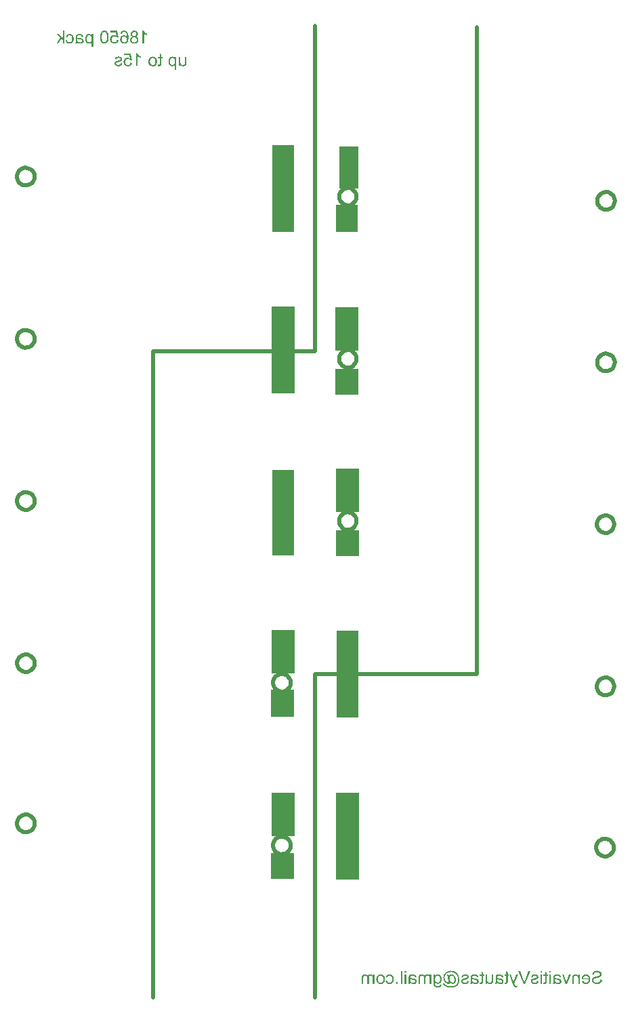
<source format=gbo>
G04*
G04 #@! TF.GenerationSoftware,Altium Limited,Altium Designer,18.1.8 (232)*
G04*
G04 Layer_Color=32896*
%FSLAX25Y25*%
%MOIN*%
G70*
G01*
G75*
%ADD13C,0.01968*%
%ADD18R,0.11024X0.13386*%
%ADD42R,0.11811X0.21654*%
%ADD43R,0.11417X0.12992*%
%ADD44R,0.11417X0.42913*%
%ADD45R,0.10630X0.42508*%
%ADD46R,0.11417X0.13780*%
%ADD47R,0.11417X0.21248*%
%ADD48R,0.11417X0.12992*%
%ADD49R,0.10630X0.42126*%
%ADD50R,0.11811X0.12598*%
%ADD51R,0.11811X0.21260*%
%ADD52R,0.11811X0.42913*%
%ADD53R,0.09449X0.20866*%
%ADD54R,0.11024X0.42508*%
G36*
X71590Y464051D02*
X71690Y463905D01*
X71808Y463759D01*
X71918Y463631D01*
X72027Y463522D01*
X72109Y463431D01*
X72145Y463404D01*
X72173Y463377D01*
X72182Y463367D01*
X72191Y463358D01*
X72382Y463203D01*
X72574Y463058D01*
X72756Y462930D01*
X72938Y462830D01*
X73093Y462739D01*
X73157Y462702D01*
X73211Y462675D01*
X73257Y462648D01*
X73293Y462639D01*
X73312Y462620D01*
X73321D01*
Y461873D01*
X73184Y461928D01*
X73047Y461992D01*
X72911Y462055D01*
X72783Y462119D01*
X72674Y462174D01*
X72583Y462219D01*
X72528Y462256D01*
X72519Y462265D01*
X72510D01*
X72346Y462365D01*
X72200Y462465D01*
X72073Y462557D01*
X71972Y462639D01*
X71881Y462702D01*
X71827Y462757D01*
X71781Y462793D01*
X71772Y462803D01*
Y457874D01*
X70998D01*
Y464206D01*
X71499D01*
X71590Y464051D01*
D02*
G37*
G36*
X68875Y460853D02*
X68146Y460753D01*
X68082Y460853D01*
X68000Y460935D01*
X67928Y461017D01*
X67855Y461081D01*
X67782Y461126D01*
X67727Y461172D01*
X67691Y461190D01*
X67682Y461199D01*
X67563Y461254D01*
X67445Y461299D01*
X67335Y461327D01*
X67226Y461354D01*
X67135Y461363D01*
X67062Y461372D01*
X66889D01*
X66780Y461354D01*
X66588Y461308D01*
X66424Y461245D01*
X66279Y461181D01*
X66169Y461108D01*
X66087Y461044D01*
X66042Y460999D01*
X66024Y460990D01*
Y460981D01*
X65896Y460826D01*
X65805Y460662D01*
X65741Y460489D01*
X65696Y460316D01*
X65668Y460170D01*
X65659Y460106D01*
Y460051D01*
X65650Y460006D01*
Y459969D01*
Y459951D01*
Y459942D01*
Y459814D01*
X65668Y459696D01*
X65714Y459468D01*
X65778Y459277D01*
X65841Y459122D01*
X65914Y458994D01*
X65978Y458894D01*
X66005Y458867D01*
X66024Y458840D01*
X66033Y458831D01*
X66042Y458821D01*
X66115Y458749D01*
X66188Y458685D01*
X66351Y458575D01*
X66506Y458503D01*
X66661Y458457D01*
X66789Y458421D01*
X66898Y458412D01*
X66935Y458402D01*
X66989D01*
X67162Y458412D01*
X67317Y458448D01*
X67454Y458494D01*
X67563Y458548D01*
X67663Y458603D01*
X67736Y458648D01*
X67773Y458685D01*
X67791Y458694D01*
X67900Y458821D01*
X67991Y458958D01*
X68064Y459113D01*
X68119Y459250D01*
X68155Y459386D01*
X68183Y459486D01*
X68192Y459532D01*
X68201Y459559D01*
Y459578D01*
Y459587D01*
X69012Y459523D01*
X68993Y459377D01*
X68966Y459240D01*
X68884Y458985D01*
X68784Y458767D01*
X68729Y458667D01*
X68675Y458585D01*
X68629Y458503D01*
X68574Y458430D01*
X68529Y458375D01*
X68483Y458329D01*
X68447Y458293D01*
X68429Y458257D01*
X68410Y458248D01*
X68401Y458238D01*
X68292Y458156D01*
X68183Y458083D01*
X68064Y458020D01*
X67946Y457965D01*
X67718Y457883D01*
X67490Y457829D01*
X67390Y457801D01*
X67290Y457792D01*
X67208Y457783D01*
X67135Y457774D01*
X67071Y457765D01*
X66989D01*
X66798Y457774D01*
X66616Y457801D01*
X66443Y457838D01*
X66288Y457883D01*
X66142Y457947D01*
X66005Y458011D01*
X65878Y458074D01*
X65768Y458147D01*
X65668Y458220D01*
X65577Y458284D01*
X65504Y458357D01*
X65440Y458412D01*
X65395Y458457D01*
X65359Y458494D01*
X65340Y458521D01*
X65331Y458530D01*
X65240Y458648D01*
X65167Y458776D01*
X65094Y458894D01*
X65040Y459022D01*
X64949Y459268D01*
X64894Y459505D01*
X64876Y459605D01*
X64858Y459705D01*
X64848Y459787D01*
X64839Y459860D01*
X64830Y459924D01*
Y459969D01*
Y459997D01*
Y460006D01*
X64839Y460170D01*
X64858Y460325D01*
X64885Y460479D01*
X64921Y460616D01*
X64967Y460744D01*
X65012Y460871D01*
X65067Y460981D01*
X65113Y461081D01*
X65167Y461172D01*
X65222Y461254D01*
X65267Y461318D01*
X65313Y461381D01*
X65349Y461427D01*
X65377Y461454D01*
X65395Y461473D01*
X65404Y461482D01*
X65513Y461582D01*
X65623Y461673D01*
X65741Y461746D01*
X65860Y461809D01*
X65978Y461873D01*
X66097Y461919D01*
X66315Y461983D01*
X66415Y462010D01*
X66506Y462028D01*
X66588Y462037D01*
X66661Y462046D01*
X66716Y462055D01*
X66916D01*
X67026Y462037D01*
X67244Y461992D01*
X67445Y461928D01*
X67627Y461855D01*
X67773Y461782D01*
X67836Y461746D01*
X67891Y461718D01*
X67937Y461691D01*
X67964Y461673D01*
X67982Y461664D01*
X67991Y461655D01*
X67654Y463358D01*
X65131Y463358D01*
Y464096D01*
X68265Y464096D01*
X68875Y460853D01*
D02*
G37*
G36*
X83369Y463577D02*
Y462447D01*
X83943D01*
Y461846D01*
X83369D01*
Y459204D01*
Y459076D01*
Y458967D01*
X83360Y458867D01*
X83351Y458767D01*
Y458685D01*
X83342Y458612D01*
X83324Y458494D01*
X83305Y458402D01*
X83296Y458339D01*
X83278Y458302D01*
Y458293D01*
X83241Y458211D01*
X83187Y458147D01*
X83132Y458083D01*
X83087Y458038D01*
X83032Y457992D01*
X82995Y457965D01*
X82968Y457947D01*
X82959Y457938D01*
X82859Y457892D01*
X82759Y457865D01*
X82649Y457838D01*
X82540Y457829D01*
X82449Y457819D01*
X82376Y457810D01*
X82303D01*
X82103Y457819D01*
X82003Y457829D01*
X81911Y457847D01*
X81829Y457856D01*
X81766Y457865D01*
X81729Y457874D01*
X81711D01*
X81811Y458557D01*
X81884Y458548D01*
X81957Y458539D01*
X82021D01*
X82066Y458530D01*
X82157D01*
X82276Y458539D01*
X82358Y458557D01*
X82403Y458575D01*
X82422Y458585D01*
X82485Y458630D01*
X82522Y458676D01*
X82549Y458712D01*
X82558Y458730D01*
X82567Y458776D01*
X82576Y458840D01*
X82586Y458985D01*
X82595Y459049D01*
Y459104D01*
Y459140D01*
Y459159D01*
Y461846D01*
X81811D01*
Y462447D01*
X82595D01*
Y464042D01*
X83369Y463577D01*
D02*
G37*
G36*
X95768Y459614D02*
Y459441D01*
X95759Y459286D01*
X95749Y459168D01*
X95740Y459058D01*
Y458985D01*
X95731Y458931D01*
X95722Y458894D01*
Y458885D01*
X95695Y458767D01*
X95658Y458658D01*
X95622Y458557D01*
X95576Y458475D01*
X95540Y458402D01*
X95513Y458357D01*
X95494Y458320D01*
X95485Y458311D01*
X95412Y458229D01*
X95330Y458156D01*
X95249Y458093D01*
X95157Y458038D01*
X95085Y457992D01*
X95021Y457956D01*
X94984Y457938D01*
X94966Y457929D01*
X94829Y457874D01*
X94702Y457838D01*
X94574Y457810D01*
X94456Y457792D01*
X94356Y457783D01*
X94274Y457774D01*
X94210D01*
X94046Y457783D01*
X93882Y457810D01*
X93736Y457847D01*
X93590Y457892D01*
X93463Y457956D01*
X93344Y458020D01*
X93235Y458083D01*
X93135Y458156D01*
X93044Y458229D01*
X92971Y458293D01*
X92907Y458366D01*
X92852Y458421D01*
X92807Y458466D01*
X92780Y458503D01*
X92761Y458530D01*
X92752Y458539D01*
Y457874D01*
X92060D01*
Y462447D01*
X92834D01*
Y459997D01*
X92843Y459787D01*
X92852Y459605D01*
X92871Y459450D01*
X92898Y459323D01*
X92925Y459222D01*
X92944Y459149D01*
X92953Y459113D01*
X92962Y459095D01*
X93016Y458985D01*
X93080Y458894D01*
X93153Y458812D01*
X93226Y458740D01*
X93290Y458685D01*
X93344Y458648D01*
X93381Y458621D01*
X93399Y458612D01*
X93518Y458557D01*
X93636Y458512D01*
X93745Y458484D01*
X93845Y458457D01*
X93928Y458448D01*
X93991Y458439D01*
X94055D01*
X94183Y458448D01*
X94292Y458466D01*
X94392Y458494D01*
X94474Y458530D01*
X94547Y458557D01*
X94592Y458585D01*
X94629Y458603D01*
X94638Y458612D01*
X94720Y458685D01*
X94784Y458758D01*
X94839Y458840D01*
X94884Y458913D01*
X94911Y458985D01*
X94930Y459040D01*
X94948Y459076D01*
Y459086D01*
X94966Y459186D01*
X94975Y459304D01*
X94984Y459441D01*
Y459578D01*
X94993Y459705D01*
Y459805D01*
Y459851D01*
Y459878D01*
Y459896D01*
Y459905D01*
Y462447D01*
X95768D01*
Y459614D01*
D02*
G37*
G36*
X79352Y462538D02*
X79497Y462529D01*
X79780Y462465D01*
X80026Y462384D01*
X80135Y462338D01*
X80235Y462292D01*
X80326Y462247D01*
X80399Y462201D01*
X80472Y462156D01*
X80527Y462119D01*
X80572Y462083D01*
X80609Y462055D01*
X80627Y462046D01*
X80636Y462037D01*
X80764Y461919D01*
X80864Y461782D01*
X80964Y461636D01*
X81037Y461491D01*
X81110Y461336D01*
X81164Y461172D01*
X81210Y461017D01*
X81246Y460871D01*
X81283Y460725D01*
X81301Y460598D01*
X81319Y460470D01*
X81328Y460370D01*
Y460279D01*
X81337Y460215D01*
Y460179D01*
Y460161D01*
X81328Y459951D01*
X81310Y459751D01*
X81283Y459569D01*
X81246Y459395D01*
X81201Y459240D01*
X81155Y459095D01*
X81101Y458958D01*
X81046Y458840D01*
X80991Y458730D01*
X80937Y458639D01*
X80891Y458566D01*
X80845Y458503D01*
X80809Y458448D01*
X80782Y458412D01*
X80764Y458393D01*
X80754Y458384D01*
X80636Y458275D01*
X80518Y458184D01*
X80390Y458102D01*
X80263Y458029D01*
X80135Y457974D01*
X79998Y457920D01*
X79752Y457847D01*
X79643Y457829D01*
X79534Y457810D01*
X79443Y457792D01*
X79361Y457783D01*
X79288Y457774D01*
X79197D01*
X78978Y457783D01*
X78778Y457819D01*
X78586Y457865D01*
X78431Y457910D01*
X78295Y457965D01*
X78240Y457983D01*
X78194Y458002D01*
X78149Y458020D01*
X78122Y458038D01*
X78113Y458047D01*
X78103D01*
X77921Y458166D01*
X77766Y458293D01*
X77630Y458421D01*
X77520Y458548D01*
X77438Y458658D01*
X77375Y458749D01*
X77356Y458785D01*
X77338Y458812D01*
X77329Y458821D01*
Y458831D01*
X77238Y459040D01*
X77174Y459268D01*
X77120Y459496D01*
X77092Y459723D01*
X77074Y459824D01*
Y459915D01*
X77065Y460006D01*
X77056Y460079D01*
Y460142D01*
Y460188D01*
Y460215D01*
Y460224D01*
X77065Y460425D01*
X77083Y460607D01*
X77110Y460780D01*
X77147Y460944D01*
X77192Y461099D01*
X77247Y461236D01*
X77302Y461372D01*
X77356Y461482D01*
X77411Y461582D01*
X77466Y461673D01*
X77520Y461755D01*
X77566Y461819D01*
X77602Y461864D01*
X77630Y461901D01*
X77648Y461919D01*
X77657Y461928D01*
X77776Y462037D01*
X77894Y462128D01*
X78021Y462219D01*
X78149Y462283D01*
X78276Y462347D01*
X78404Y462393D01*
X78650Y462475D01*
X78768Y462493D01*
X78869Y462511D01*
X78960Y462529D01*
X79042Y462538D01*
X79106Y462547D01*
X79197D01*
X79352Y462538D01*
D02*
G37*
G36*
X62653Y462529D02*
X62762Y462520D01*
X62862Y462502D01*
X62944Y462484D01*
X63008Y462465D01*
X63045Y462456D01*
X63063Y462447D01*
X63172Y462411D01*
X63272Y462374D01*
X63354Y462338D01*
X63427Y462301D01*
X63482Y462274D01*
X63518Y462247D01*
X63546Y462238D01*
X63555Y462229D01*
X63646Y462165D01*
X63719Y462092D01*
X63783Y462010D01*
X63837Y461946D01*
X63883Y461882D01*
X63910Y461837D01*
X63928Y461800D01*
X63937Y461791D01*
X63983Y461691D01*
X64019Y461600D01*
X64038Y461500D01*
X64056Y461418D01*
X64065Y461336D01*
X64074Y461281D01*
Y461245D01*
Y461227D01*
X64065Y461099D01*
X64047Y460990D01*
X64019Y460880D01*
X63992Y460789D01*
X63965Y460716D01*
X63937Y460652D01*
X63919Y460616D01*
X63910Y460607D01*
X63837Y460507D01*
X63755Y460425D01*
X63673Y460352D01*
X63591Y460288D01*
X63518Y460243D01*
X63464Y460206D01*
X63427Y460188D01*
X63409Y460179D01*
X63345Y460151D01*
X63263Y460115D01*
X63081Y460051D01*
X62890Y459997D01*
X62689Y459933D01*
X62516Y459887D01*
X62434Y459860D01*
X62361Y459842D01*
X62307Y459824D01*
X62261Y459814D01*
X62234Y459805D01*
X62225D01*
X62106Y459778D01*
X62006Y459751D01*
X61915Y459723D01*
X61833Y459696D01*
X61760Y459678D01*
X61696Y459651D01*
X61587Y459614D01*
X61514Y459587D01*
X61469Y459559D01*
X61441Y459550D01*
X61432Y459541D01*
X61350Y459486D01*
X61295Y459414D01*
X61250Y459350D01*
X61223Y459286D01*
X61204Y459222D01*
X61195Y459177D01*
Y459140D01*
Y459131D01*
X61204Y459022D01*
X61232Y458931D01*
X61277Y458840D01*
X61323Y458767D01*
X61378Y458703D01*
X61414Y458658D01*
X61450Y458630D01*
X61459Y458621D01*
X61569Y458548D01*
X61687Y458503D01*
X61824Y458466D01*
X61951Y458439D01*
X62070Y458421D01*
X62161Y458412D01*
X62252D01*
X62443Y458421D01*
X62607Y458448D01*
X62744Y458484D01*
X62862Y458530D01*
X62954Y458575D01*
X63026Y458612D01*
X63063Y458639D01*
X63081Y458648D01*
X63181Y458749D01*
X63263Y458867D01*
X63318Y458985D01*
X63363Y459095D01*
X63400Y459195D01*
X63418Y459286D01*
X63436Y459341D01*
Y459350D01*
Y459359D01*
X64202Y459240D01*
X64138Y458985D01*
X64056Y458758D01*
X63956Y458575D01*
X63855Y458421D01*
X63764Y458293D01*
X63682Y458211D01*
X63628Y458156D01*
X63618Y458147D01*
X63609Y458138D01*
X63518Y458074D01*
X63418Y458020D01*
X63200Y457929D01*
X62972Y457865D01*
X62753Y457819D01*
X62653Y457801D01*
X62562Y457792D01*
X62471Y457783D01*
X62398D01*
X62334Y457774D01*
X62252D01*
X62052Y457783D01*
X61879Y457801D01*
X61715Y457828D01*
X61569Y457865D01*
X61450Y457901D01*
X61359Y457929D01*
X61305Y457947D01*
X61295Y457956D01*
X61286D01*
X61132Y458038D01*
X61004Y458120D01*
X60895Y458211D01*
X60794Y458293D01*
X60722Y458366D01*
X60676Y458430D01*
X60640Y458466D01*
X60630Y458484D01*
X60558Y458612D01*
X60503Y458749D01*
X60457Y458867D01*
X60430Y458976D01*
X60412Y459076D01*
X60403Y459149D01*
Y459195D01*
Y459213D01*
X60412Y459359D01*
X60430Y459486D01*
X60466Y459596D01*
X60494Y459696D01*
X60530Y459778D01*
X60567Y459833D01*
X60585Y459869D01*
X60594Y459878D01*
X60667Y459969D01*
X60749Y460051D01*
X60831Y460124D01*
X60913Y460179D01*
X60995Y460224D01*
X61049Y460252D01*
X61086Y460270D01*
X61104Y460279D01*
X61168Y460306D01*
X61241Y460334D01*
X61414Y460397D01*
X61605Y460461D01*
X61796Y460516D01*
X61970Y460571D01*
X62052Y460589D01*
X62115Y460607D01*
X62170Y460625D01*
X62216Y460634D01*
X62243Y460643D01*
X62252D01*
X62352Y460671D01*
X62443Y460698D01*
X62525Y460716D01*
X62598Y460744D01*
X62717Y460771D01*
X62808Y460798D01*
X62871Y460826D01*
X62908Y460835D01*
X62926Y460844D01*
X62935D01*
X63008Y460880D01*
X63072Y460908D01*
X63127Y460944D01*
X63163Y460971D01*
X63200Y460999D01*
X63218Y461026D01*
X63227Y461035D01*
X63236Y461044D01*
X63291Y461135D01*
X63318Y461227D01*
Y461263D01*
X63327Y461290D01*
Y461308D01*
Y461318D01*
X63318Y461400D01*
X63291Y461482D01*
X63254Y461554D01*
X63209Y461609D01*
X63172Y461664D01*
X63136Y461700D01*
X63108Y461718D01*
X63099Y461728D01*
X62999Y461791D01*
X62881Y461837D01*
X62753Y461864D01*
X62635Y461892D01*
X62516Y461901D01*
X62425Y461910D01*
X62334D01*
X62179Y461901D01*
X62033Y461882D01*
X61915Y461846D01*
X61824Y461809D01*
X61742Y461773D01*
X61687Y461737D01*
X61651Y461718D01*
X61642Y461709D01*
X61551Y461627D01*
X61487Y461536D01*
X61432Y461445D01*
X61387Y461363D01*
X61359Y461281D01*
X61341Y461217D01*
X61332Y461181D01*
Y461163D01*
X60576Y461263D01*
X60612Y461418D01*
X60649Y461554D01*
X60694Y461673D01*
X60740Y461782D01*
X60785Y461855D01*
X60822Y461919D01*
X60840Y461955D01*
X60849Y461964D01*
X60931Y462055D01*
X61022Y462138D01*
X61122Y462210D01*
X61223Y462274D01*
X61314Y462320D01*
X61387Y462356D01*
X61432Y462374D01*
X61441Y462383D01*
X61450D01*
X61605Y462438D01*
X61769Y462474D01*
X61924Y462511D01*
X62070Y462529D01*
X62207Y462538D01*
X62307Y462547D01*
X62525D01*
X62653Y462529D01*
D02*
G37*
G36*
X88990Y462538D02*
X89136Y462520D01*
X89263Y462493D01*
X89372Y462456D01*
X89464Y462420D01*
X89536Y462393D01*
X89573Y462374D01*
X89591Y462365D01*
X89701Y462292D01*
X89810Y462210D01*
X89901Y462128D01*
X89983Y462037D01*
X90056Y461964D01*
X90101Y461901D01*
X90138Y461864D01*
X90147Y461846D01*
Y462447D01*
X90848D01*
Y456125D01*
X90074D01*
Y458348D01*
X90001Y458257D01*
X89919Y458175D01*
X89828Y458102D01*
X89755Y458047D01*
X89682Y457992D01*
X89628Y457956D01*
X89582Y457938D01*
X89573Y457929D01*
X89455Y457874D01*
X89336Y457838D01*
X89218Y457810D01*
X89108Y457792D01*
X89017Y457783D01*
X88944Y457774D01*
X88881D01*
X88689Y457783D01*
X88498Y457819D01*
X88334Y457865D01*
X88179Y457920D01*
X88051Y457974D01*
X87960Y458020D01*
X87924Y458038D01*
X87897Y458056D01*
X87888Y458065D01*
X87879D01*
X87705Y458193D01*
X87560Y458329D01*
X87432Y458466D01*
X87332Y458603D01*
X87250Y458730D01*
X87186Y458831D01*
X87168Y458867D01*
X87150Y458894D01*
X87141Y458913D01*
Y458922D01*
X87059Y459140D01*
X86995Y459359D01*
X86949Y459569D01*
X86913Y459769D01*
X86895Y459933D01*
Y460006D01*
X86885Y460070D01*
Y460124D01*
Y460161D01*
Y460179D01*
Y460188D01*
X86895Y460425D01*
X86922Y460653D01*
X86958Y460853D01*
X87004Y461035D01*
X87050Y461181D01*
X87068Y461245D01*
X87086Y461299D01*
X87104Y461336D01*
X87113Y461363D01*
X87122Y461381D01*
Y461390D01*
X87213Y461582D01*
X87323Y461755D01*
X87432Y461901D01*
X87541Y462019D01*
X87642Y462110D01*
X87724Y462183D01*
X87778Y462219D01*
X87787Y462238D01*
X87796D01*
X87970Y462338D01*
X88143Y462420D01*
X88316Y462475D01*
X88480Y462511D01*
X88616Y462529D01*
X88680Y462538D01*
X88726Y462547D01*
X88826D01*
X88990Y462538D01*
D02*
G37*
G36*
X74746Y475173D02*
X74846Y475027D01*
X74964Y474881D01*
X75073Y474754D01*
X75183Y474644D01*
X75265Y474553D01*
X75301Y474526D01*
X75328Y474499D01*
X75338Y474489D01*
X75347Y474480D01*
X75538Y474325D01*
X75729Y474180D01*
X75912Y474052D01*
X76094Y473952D01*
X76249Y473861D01*
X76312Y473824D01*
X76367Y473797D01*
X76413Y473770D01*
X76449Y473761D01*
X76467Y473742D01*
X76476D01*
Y472995D01*
X76340Y473050D01*
X76203Y473114D01*
X76066Y473177D01*
X75939Y473241D01*
X75830Y473296D01*
X75739Y473342D01*
X75684Y473378D01*
X75675Y473387D01*
X75666D01*
X75502Y473487D01*
X75356Y473588D01*
X75228Y473679D01*
X75128Y473761D01*
X75037Y473824D01*
X74982Y473879D01*
X74937Y473915D01*
X74928Y473925D01*
Y468996D01*
X74153D01*
Y475327D01*
X74654D01*
X74746Y475173D01*
D02*
G37*
G36*
X62228Y471975D02*
X61500Y471875D01*
X61436Y471975D01*
X61354Y472057D01*
X61281Y472139D01*
X61208Y472203D01*
X61135Y472248D01*
X61080Y472294D01*
X61044Y472312D01*
X61035Y472321D01*
X60917Y472376D01*
X60798Y472421D01*
X60689Y472449D01*
X60579Y472476D01*
X60488Y472485D01*
X60415Y472494D01*
X60242D01*
X60133Y472476D01*
X59942Y472431D01*
X59778Y472367D01*
X59632Y472303D01*
X59523Y472230D01*
X59441Y472166D01*
X59395Y472121D01*
X59377Y472112D01*
Y472103D01*
X59249Y471948D01*
X59158Y471784D01*
X59095Y471611D01*
X59049Y471438D01*
X59022Y471292D01*
X59013Y471228D01*
Y471173D01*
X59003Y471128D01*
Y471091D01*
Y471073D01*
Y471064D01*
Y470936D01*
X59022Y470818D01*
X59067Y470590D01*
X59131Y470399D01*
X59195Y470244D01*
X59268Y470117D01*
X59331Y470016D01*
X59359Y469989D01*
X59377Y469962D01*
X59386Y469953D01*
X59395Y469944D01*
X59468Y469871D01*
X59541Y469807D01*
X59705Y469698D01*
X59860Y469625D01*
X60015Y469579D01*
X60142Y469543D01*
X60251Y469534D01*
X60288Y469524D01*
X60343D01*
X60516Y469534D01*
X60671Y469570D01*
X60807Y469616D01*
X60917Y469670D01*
X61017Y469725D01*
X61090Y469770D01*
X61126Y469807D01*
X61144Y469816D01*
X61254Y469944D01*
X61345Y470080D01*
X61418Y470235D01*
X61472Y470372D01*
X61509Y470508D01*
X61536Y470609D01*
X61545Y470654D01*
X61554Y470681D01*
Y470700D01*
Y470709D01*
X62365Y470645D01*
X62347Y470499D01*
X62319Y470363D01*
X62238Y470108D01*
X62137Y469889D01*
X62083Y469789D01*
X62028Y469707D01*
X61982Y469625D01*
X61928Y469552D01*
X61882Y469497D01*
X61837Y469452D01*
X61800Y469415D01*
X61782Y469379D01*
X61764Y469370D01*
X61755Y469360D01*
X61645Y469278D01*
X61536Y469206D01*
X61418Y469142D01*
X61299Y469087D01*
X61071Y469005D01*
X60844Y468951D01*
X60743Y468923D01*
X60643Y468914D01*
X60561Y468905D01*
X60488Y468896D01*
X60425Y468887D01*
X60343D01*
X60151Y468896D01*
X59969Y468923D01*
X59796Y468960D01*
X59641Y469005D01*
X59495Y469069D01*
X59359Y469133D01*
X59231Y469197D01*
X59122Y469269D01*
X59022Y469342D01*
X58930Y469406D01*
X58858Y469479D01*
X58794Y469534D01*
X58748Y469579D01*
X58712Y469616D01*
X58694Y469643D01*
X58685Y469652D01*
X58593Y469770D01*
X58521Y469898D01*
X58448Y470016D01*
X58393Y470144D01*
X58302Y470390D01*
X58247Y470627D01*
X58229Y470727D01*
X58211Y470827D01*
X58202Y470909D01*
X58193Y470982D01*
X58183Y471046D01*
Y471091D01*
Y471119D01*
Y471128D01*
X58193Y471292D01*
X58211Y471447D01*
X58238Y471601D01*
X58275Y471738D01*
X58320Y471866D01*
X58366Y471993D01*
X58420Y472103D01*
X58466Y472203D01*
X58521Y472294D01*
X58575Y472376D01*
X58621Y472440D01*
X58666Y472503D01*
X58703Y472549D01*
X58730Y472576D01*
X58748Y472594D01*
X58757Y472604D01*
X58867Y472704D01*
X58976Y472795D01*
X59095Y472868D01*
X59213Y472932D01*
X59331Y472995D01*
X59450Y473041D01*
X59668Y473105D01*
X59769Y473132D01*
X59860Y473150D01*
X59942Y473159D01*
X60015Y473168D01*
X60069Y473177D01*
X60270D01*
X60379Y473159D01*
X60598Y473114D01*
X60798Y473050D01*
X60980Y472977D01*
X61126Y472904D01*
X61190Y472868D01*
X61244Y472840D01*
X61290Y472813D01*
X61317Y472795D01*
X61336Y472786D01*
X61345Y472777D01*
X61008Y474480D01*
X58484D01*
Y475218D01*
X61618D01*
X62228Y471975D01*
D02*
G37*
G36*
X65216Y475318D02*
X65390Y475300D01*
X65553Y475264D01*
X65708Y475218D01*
X65845Y475154D01*
X65982Y475100D01*
X66100Y475027D01*
X66209Y474963D01*
X66300Y474899D01*
X66392Y474826D01*
X66465Y474772D01*
X66519Y474717D01*
X66565Y474662D01*
X66601Y474626D01*
X66619Y474608D01*
X66628Y474599D01*
X66747Y474435D01*
X66847Y474243D01*
X66938Y474043D01*
X67020Y473834D01*
X67084Y473615D01*
X67139Y473396D01*
X67184Y473168D01*
X67221Y472959D01*
X67248Y472749D01*
X67266Y472558D01*
X67284Y472385D01*
X67294Y472239D01*
Y472112D01*
X67303Y472021D01*
Y471984D01*
Y471957D01*
Y471948D01*
Y471939D01*
X67294Y471647D01*
X67275Y471374D01*
X67248Y471119D01*
X67202Y470882D01*
X67157Y470672D01*
X67111Y470481D01*
X67057Y470308D01*
X66993Y470153D01*
X66938Y470025D01*
X66884Y469907D01*
X66838Y469816D01*
X66783Y469734D01*
X66747Y469670D01*
X66720Y469634D01*
X66701Y469606D01*
X66692Y469597D01*
X66574Y469470D01*
X66446Y469360D01*
X66319Y469269D01*
X66191Y469187D01*
X66054Y469114D01*
X65927Y469060D01*
X65799Y469014D01*
X65672Y468978D01*
X65563Y468951D01*
X65453Y468923D01*
X65362Y468905D01*
X65280Y468896D01*
X65207D01*
X65162Y468887D01*
X65116D01*
X64907Y468896D01*
X64715Y468932D01*
X64542Y468969D01*
X64387Y469023D01*
X64269Y469069D01*
X64178Y469114D01*
X64141Y469124D01*
X64114Y469142D01*
X64105Y469151D01*
X64096D01*
X63941Y469260D01*
X63795Y469388D01*
X63677Y469515D01*
X63577Y469643D01*
X63495Y469761D01*
X63440Y469852D01*
X63422Y469889D01*
X63403Y469916D01*
X63394Y469925D01*
Y469934D01*
X63303Y470126D01*
X63240Y470326D01*
X63194Y470508D01*
X63167Y470681D01*
X63139Y470827D01*
Y470882D01*
X63130Y470936D01*
Y470982D01*
Y471009D01*
Y471028D01*
Y471037D01*
X63139Y471201D01*
X63158Y471356D01*
X63185Y471510D01*
X63212Y471647D01*
X63258Y471775D01*
X63303Y471902D01*
X63349Y472012D01*
X63403Y472112D01*
X63458Y472203D01*
X63504Y472285D01*
X63549Y472348D01*
X63595Y472412D01*
X63622Y472458D01*
X63649Y472485D01*
X63668Y472503D01*
X63677Y472512D01*
X63777Y472613D01*
X63886Y472704D01*
X64005Y472777D01*
X64114Y472840D01*
X64223Y472904D01*
X64333Y472950D01*
X64542Y473014D01*
X64633Y473041D01*
X64724Y473059D01*
X64797Y473068D01*
X64870Y473077D01*
X64925Y473086D01*
X64998D01*
X65162Y473077D01*
X65317Y473050D01*
X65462Y473023D01*
X65590Y472986D01*
X65699Y472941D01*
X65781Y472913D01*
X65836Y472886D01*
X65845Y472877D01*
X65854D01*
X66000Y472786D01*
X66127Y472686D01*
X66246Y472585D01*
X66337Y472476D01*
X66419Y472385D01*
X66483Y472312D01*
X66519Y472257D01*
X66528Y472248D01*
Y472412D01*
X66519Y472576D01*
X66510Y472722D01*
X66492Y472868D01*
X66483Y472995D01*
X66465Y473114D01*
X66446Y473223D01*
X66419Y473323D01*
X66401Y473414D01*
X66382Y473487D01*
X66364Y473551D01*
X66355Y473606D01*
X66337Y473642D01*
X66328Y473669D01*
X66319Y473688D01*
Y473697D01*
X66228Y473879D01*
X66136Y474043D01*
X66036Y474170D01*
X65945Y474280D01*
X65863Y474371D01*
X65799Y474435D01*
X65754Y474471D01*
X65736Y474480D01*
X65626Y474553D01*
X65517Y474599D01*
X65408Y474635D01*
X65298Y474662D01*
X65216Y474681D01*
X65144Y474690D01*
X65080D01*
X64916Y474672D01*
X64761Y474635D01*
X64633Y474580D01*
X64515Y474526D01*
X64424Y474462D01*
X64360Y474407D01*
X64324Y474371D01*
X64305Y474353D01*
X64242Y474271D01*
X64178Y474170D01*
X64123Y474061D01*
X64087Y473952D01*
X64050Y473852D01*
X64023Y473770D01*
X64014Y473715D01*
X64005Y473706D01*
Y473697D01*
X63230Y473761D01*
X63285Y474016D01*
X63367Y474243D01*
X63458Y474444D01*
X63558Y474608D01*
X63659Y474735D01*
X63695Y474790D01*
X63741Y474836D01*
X63768Y474863D01*
X63795Y474890D01*
X63804Y474899D01*
X63814Y474908D01*
X63905Y474981D01*
X64005Y475045D01*
X64205Y475154D01*
X64406Y475227D01*
X64597Y475273D01*
X64770Y475309D01*
X64843Y475318D01*
X64907D01*
X64961Y475327D01*
X65034D01*
X65216Y475318D01*
D02*
G37*
G36*
X43279Y473660D02*
X43471Y473642D01*
X43653Y473615D01*
X43799Y473588D01*
X43926Y473560D01*
X44017Y473533D01*
X44054Y473524D01*
X44081Y473515D01*
X44090Y473505D01*
X44099D01*
X44254Y473442D01*
X44391Y473360D01*
X44509Y473287D01*
X44610Y473214D01*
X44682Y473141D01*
X44737Y473086D01*
X44774Y473050D01*
X44783Y473041D01*
X44865Y472923D01*
X44938Y472795D01*
X44992Y472667D01*
X45038Y472549D01*
X45074Y472431D01*
X45101Y472348D01*
X45111Y472312D01*
Y472285D01*
X45120Y472276D01*
Y472266D01*
X44364Y472166D01*
X44309Y472330D01*
X44254Y472476D01*
X44190Y472594D01*
X44136Y472686D01*
X44081Y472758D01*
X44036Y472804D01*
X43999Y472831D01*
X43990Y472840D01*
X43881Y472904D01*
X43753Y472950D01*
X43617Y472986D01*
X43489Y473004D01*
X43361Y473023D01*
X43270Y473032D01*
X43179D01*
X42970Y473023D01*
X42788Y472995D01*
X42642Y472950D01*
X42514Y472904D01*
X42423Y472850D01*
X42350Y472813D01*
X42305Y472777D01*
X42296Y472768D01*
X42223Y472686D01*
X42168Y472585D01*
X42123Y472476D01*
X42095Y472367D01*
X42077Y472266D01*
X42068Y472175D01*
Y472121D01*
Y472112D01*
Y472103D01*
Y472084D01*
Y472048D01*
Y471984D01*
X42077Y471930D01*
Y471911D01*
Y471902D01*
X42168Y471875D01*
X42268Y471847D01*
X42478Y471793D01*
X42715Y471747D01*
X42933Y471702D01*
X43043Y471684D01*
X43143Y471674D01*
X43234Y471656D01*
X43307Y471647D01*
X43371Y471638D01*
X43416D01*
X43453Y471629D01*
X43462D01*
X43626Y471611D01*
X43762Y471583D01*
X43881Y471565D01*
X43972Y471547D01*
X44045Y471538D01*
X44099Y471520D01*
X44136Y471510D01*
X44145D01*
X44263Y471474D01*
X44364Y471438D01*
X44464Y471392D01*
X44546Y471355D01*
X44619Y471319D01*
X44664Y471283D01*
X44701Y471264D01*
X44710Y471255D01*
X44801Y471192D01*
X44874Y471119D01*
X44947Y471046D01*
X45001Y470973D01*
X45047Y470909D01*
X45083Y470855D01*
X45101Y470818D01*
X45111Y470809D01*
X45156Y470709D01*
X45193Y470599D01*
X45220Y470499D01*
X45238Y470399D01*
X45247Y470317D01*
X45256Y470253D01*
Y470217D01*
Y470199D01*
X45247Y470089D01*
X45238Y469998D01*
X45193Y469807D01*
X45129Y469652D01*
X45056Y469515D01*
X44983Y469406D01*
X44919Y469324D01*
X44874Y469278D01*
X44856Y469260D01*
X44692Y469142D01*
X44509Y469051D01*
X44309Y468987D01*
X44127Y468941D01*
X43963Y468914D01*
X43890Y468905D01*
X43826D01*
X43771Y468896D01*
X43699D01*
X43535Y468905D01*
X43371Y468923D01*
X43225Y468941D01*
X43097Y468969D01*
X42997Y468996D01*
X42915Y469023D01*
X42860Y469032D01*
X42842Y469042D01*
X42687Y469105D01*
X42542Y469187D01*
X42405Y469278D01*
X42268Y469360D01*
X42159Y469442D01*
X42077Y469506D01*
X42022Y469552D01*
X42013Y469570D01*
X42004D01*
X41986Y469452D01*
X41968Y469342D01*
X41949Y469242D01*
X41922Y469160D01*
X41895Y469087D01*
X41877Y469042D01*
X41868Y469005D01*
X41858Y468996D01*
X41048D01*
X41093Y469096D01*
X41139Y469197D01*
X41175Y469288D01*
X41193Y469370D01*
X41221Y469442D01*
X41230Y469497D01*
X41239Y469533D01*
Y469543D01*
X41248Y469606D01*
X41257Y469688D01*
Y469779D01*
X41266Y469880D01*
X41275Y470108D01*
Y470335D01*
X41284Y470554D01*
Y470654D01*
Y470736D01*
Y470809D01*
Y470864D01*
Y470900D01*
Y470909D01*
Y471948D01*
Y472121D01*
X41294Y472276D01*
X41303Y472394D01*
Y472494D01*
X41312Y472567D01*
X41321Y472622D01*
X41330Y472649D01*
Y472658D01*
X41357Y472777D01*
X41394Y472877D01*
X41430Y472959D01*
X41476Y473041D01*
X41512Y473096D01*
X41539Y473141D01*
X41558Y473168D01*
X41567Y473177D01*
X41640Y473250D01*
X41722Y473323D01*
X41813Y473378D01*
X41904Y473433D01*
X41986Y473469D01*
X42050Y473496D01*
X42095Y473515D01*
X42114Y473524D01*
X42259Y473569D01*
X42414Y473606D01*
X42569Y473633D01*
X42724Y473651D01*
X42860Y473660D01*
X42961Y473669D01*
X43061D01*
X43279Y473660D01*
D02*
G37*
G36*
X35682Y468996D02*
X34907D01*
Y470809D01*
X34370Y471328D01*
X32849Y468996D01*
X31892D01*
X33823Y471866D01*
X32065Y473569D01*
X33076D01*
X34907Y471702D01*
Y475300D01*
X35682D01*
Y468996D01*
D02*
G37*
G36*
X38460Y473660D02*
X38661Y473624D01*
X38852Y473578D01*
X39007Y473533D01*
X39144Y473478D01*
X39198Y473451D01*
X39244Y473433D01*
X39280Y473414D01*
X39308Y473396D01*
X39326Y473387D01*
X39335D01*
X39508Y473278D01*
X39663Y473141D01*
X39790Y473004D01*
X39900Y472868D01*
X39982Y472749D01*
X40036Y472649D01*
X40055Y472613D01*
X40073Y472585D01*
X40082Y472567D01*
Y472558D01*
X40164Y472339D01*
X40219Y472121D01*
X40264Y471902D01*
X40292Y471702D01*
X40301Y471611D01*
X40310Y471529D01*
Y471456D01*
X40319Y471392D01*
Y471337D01*
Y471301D01*
Y471274D01*
Y471264D01*
X40310Y471055D01*
X40292Y470864D01*
X40264Y470672D01*
X40228Y470508D01*
X40191Y470344D01*
X40137Y470208D01*
X40091Y470071D01*
X40036Y469953D01*
X39982Y469852D01*
X39936Y469761D01*
X39882Y469679D01*
X39845Y469616D01*
X39809Y469570D01*
X39781Y469533D01*
X39763Y469515D01*
X39754Y469506D01*
X39645Y469397D01*
X39526Y469306D01*
X39408Y469224D01*
X39280Y469151D01*
X39153Y469096D01*
X39034Y469042D01*
X38788Y468969D01*
X38679Y468951D01*
X38579Y468932D01*
X38488Y468914D01*
X38406Y468905D01*
X38342Y468896D01*
X38251D01*
X38114Y468905D01*
X37977Y468914D01*
X37741Y468969D01*
X37522Y469032D01*
X37340Y469114D01*
X37267Y469160D01*
X37194Y469197D01*
X37130Y469233D01*
X37085Y469269D01*
X37048Y469297D01*
X37021Y469315D01*
X37003Y469324D01*
X36994Y469333D01*
X36902Y469424D01*
X36821Y469515D01*
X36675Y469716D01*
X36556Y469925D01*
X36474Y470117D01*
X36411Y470299D01*
X36392Y470372D01*
X36374Y470444D01*
X36365Y470499D01*
X36356Y470536D01*
X36347Y470563D01*
Y470572D01*
X37112Y470672D01*
X37148Y470472D01*
X37203Y470290D01*
X37276Y470144D01*
X37340Y470025D01*
X37404Y469925D01*
X37458Y469862D01*
X37486Y469816D01*
X37504Y469807D01*
X37622Y469716D01*
X37750Y469652D01*
X37877Y469597D01*
X37996Y469570D01*
X38096Y469552D01*
X38187Y469543D01*
X38242Y469533D01*
X38260D01*
X38360Y469543D01*
X38460Y469552D01*
X38642Y469597D01*
X38797Y469661D01*
X38934Y469743D01*
X39034Y469816D01*
X39116Y469880D01*
X39162Y469925D01*
X39180Y469944D01*
X39244Y470025D01*
X39298Y470126D01*
X39380Y470326D01*
X39444Y470554D01*
X39481Y470773D01*
X39508Y470973D01*
X39517Y471055D01*
Y471137D01*
X39526Y471192D01*
Y471246D01*
Y471274D01*
Y471283D01*
Y471447D01*
X39508Y471601D01*
X39490Y471747D01*
X39472Y471875D01*
X39444Y471993D01*
X39408Y472103D01*
X39380Y472203D01*
X39344Y472294D01*
X39308Y472367D01*
X39280Y472431D01*
X39244Y472485D01*
X39217Y472531D01*
X39198Y472567D01*
X39180Y472594D01*
X39162Y472604D01*
Y472613D01*
X39089Y472686D01*
X39016Y472749D01*
X38861Y472859D01*
X38697Y472932D01*
X38551Y472977D01*
X38415Y473014D01*
X38315Y473023D01*
X38269Y473032D01*
X38214D01*
X38078Y473023D01*
X37950Y472995D01*
X37841Y472959D01*
X37741Y472913D01*
X37668Y472868D01*
X37604Y472831D01*
X37568Y472804D01*
X37558Y472795D01*
X37467Y472704D01*
X37385Y472594D01*
X37312Y472476D01*
X37267Y472367D01*
X37221Y472266D01*
X37194Y472185D01*
X37185Y472130D01*
X37176Y472121D01*
Y472112D01*
X36420Y472230D01*
X36483Y472476D01*
X36575Y472686D01*
X36675Y472868D01*
X36775Y473014D01*
X36875Y473132D01*
X36957Y473214D01*
X37012Y473269D01*
X37021Y473287D01*
X37030D01*
X37221Y473414D01*
X37422Y473505D01*
X37622Y473578D01*
X37813Y473624D01*
X37987Y473651D01*
X38059Y473660D01*
X38114D01*
X38169Y473669D01*
X38242D01*
X38460Y473660D01*
D02*
G37*
G36*
X70263Y475318D02*
X70409Y475309D01*
X70664Y475255D01*
X70783Y475218D01*
X70892Y475182D01*
X70992Y475136D01*
X71083Y475091D01*
X71156Y475045D01*
X71229Y475000D01*
X71293Y474963D01*
X71338Y474927D01*
X71375Y474899D01*
X71402Y474872D01*
X71420Y474863D01*
X71429Y474854D01*
X71511Y474763D01*
X71593Y474672D01*
X71657Y474571D01*
X71712Y474471D01*
X71803Y474280D01*
X71858Y474098D01*
X71894Y473943D01*
X71903Y473870D01*
X71912Y473815D01*
X71921Y473761D01*
Y473724D01*
Y473706D01*
Y473697D01*
X71912Y473533D01*
X71885Y473378D01*
X71848Y473241D01*
X71803Y473123D01*
X71767Y473032D01*
X71730Y472959D01*
X71703Y472923D01*
X71694Y472904D01*
X71593Y472795D01*
X71484Y472695D01*
X71366Y472604D01*
X71247Y472531D01*
X71138Y472476D01*
X71056Y472440D01*
X71020Y472421D01*
X70992Y472412D01*
X70983Y472403D01*
X70974D01*
X71184Y472339D01*
X71357Y472257D01*
X71511Y472157D01*
X71639Y472066D01*
X71739Y471975D01*
X71812Y471902D01*
X71848Y471857D01*
X71867Y471847D01*
Y471838D01*
X71967Y471674D01*
X72049Y471501D01*
X72104Y471337D01*
X72140Y471173D01*
X72158Y471028D01*
X72167Y470964D01*
Y470909D01*
X72176Y470873D01*
Y470836D01*
Y470818D01*
Y470809D01*
X72167Y470663D01*
X72149Y470517D01*
X72122Y470381D01*
X72085Y470244D01*
X71994Y470016D01*
X71949Y469907D01*
X71894Y469816D01*
X71839Y469725D01*
X71794Y469652D01*
X71739Y469588D01*
X71703Y469534D01*
X71666Y469488D01*
X71639Y469461D01*
X71621Y469443D01*
X71612Y469433D01*
X71502Y469333D01*
X71384Y469251D01*
X71256Y469178D01*
X71129Y469114D01*
X71010Y469069D01*
X70883Y469023D01*
X70637Y468960D01*
X70527Y468932D01*
X70427Y468914D01*
X70336Y468905D01*
X70254Y468896D01*
X70191Y468887D01*
X70099D01*
X69926Y468896D01*
X69771Y468914D01*
X69617Y468941D01*
X69471Y468969D01*
X69343Y469014D01*
X69216Y469060D01*
X69097Y469105D01*
X68997Y469160D01*
X68906Y469215D01*
X68824Y469260D01*
X68760Y469306D01*
X68696Y469351D01*
X68651Y469379D01*
X68624Y469406D01*
X68605Y469424D01*
X68596Y469433D01*
X68496Y469543D01*
X68405Y469652D01*
X68332Y469761D01*
X68268Y469880D01*
X68204Y469989D01*
X68159Y470108D01*
X68095Y470317D01*
X68068Y470417D01*
X68050Y470508D01*
X68041Y470590D01*
X68031Y470654D01*
X68022Y470709D01*
Y470754D01*
Y470782D01*
Y470791D01*
X68031Y471000D01*
X68068Y471192D01*
X68123Y471365D01*
X68177Y471510D01*
X68232Y471629D01*
X68287Y471720D01*
X68323Y471775D01*
X68332Y471784D01*
Y471793D01*
X68460Y471939D01*
X68596Y472066D01*
X68742Y472166D01*
X68879Y472257D01*
X69006Y472321D01*
X69116Y472367D01*
X69152Y472385D01*
X69179Y472394D01*
X69197Y472403D01*
X69207D01*
X69043Y472476D01*
X68906Y472558D01*
X68787Y472640D01*
X68687Y472722D01*
X68614Y472795D01*
X68560Y472850D01*
X68523Y472886D01*
X68514Y472904D01*
X68432Y473032D01*
X68378Y473159D01*
X68332Y473287D01*
X68305Y473414D01*
X68287Y473515D01*
X68277Y473597D01*
Y473651D01*
Y473660D01*
Y473669D01*
X68287Y473797D01*
X68296Y473915D01*
X68359Y474143D01*
X68441Y474344D01*
X68533Y474517D01*
X68624Y474653D01*
X68669Y474708D01*
X68706Y474763D01*
X68742Y474799D01*
X68769Y474826D01*
X68778Y474836D01*
X68787Y474845D01*
X68888Y474927D01*
X68988Y475009D01*
X69097Y475072D01*
X69207Y475127D01*
X69425Y475209D01*
X69644Y475264D01*
X69735Y475291D01*
X69826Y475300D01*
X69908Y475309D01*
X69981Y475318D01*
X70036Y475327D01*
X70118D01*
X70263Y475318D01*
D02*
G37*
G36*
X55651Y475309D02*
X55879Y475273D01*
X56070Y475209D01*
X56234Y475145D01*
X56371Y475072D01*
X56425Y475045D01*
X56471Y475009D01*
X56507Y474990D01*
X56535Y474972D01*
X56544Y474954D01*
X56553D01*
X56717Y474808D01*
X56853Y474635D01*
X56972Y474462D01*
X57063Y474298D01*
X57136Y474143D01*
X57172Y474079D01*
X57191Y474016D01*
X57209Y473970D01*
X57227Y473934D01*
X57236Y473915D01*
Y473906D01*
X57272Y473770D01*
X57309Y473633D01*
X57364Y473332D01*
X57409Y473032D01*
X57437Y472749D01*
X57446Y472613D01*
X57455Y472494D01*
Y472385D01*
X57464Y472285D01*
Y472212D01*
Y472148D01*
Y472112D01*
Y472103D01*
X57455Y471784D01*
X57437Y471483D01*
X57409Y471210D01*
X57364Y470955D01*
X57318Y470718D01*
X57263Y470508D01*
X57209Y470317D01*
X57154Y470153D01*
X57099Y470007D01*
X57036Y469880D01*
X56990Y469770D01*
X56945Y469688D01*
X56899Y469616D01*
X56872Y469570D01*
X56853Y469543D01*
X56844Y469534D01*
X56744Y469424D01*
X56635Y469324D01*
X56516Y469233D01*
X56398Y469160D01*
X56279Y469096D01*
X56161Y469042D01*
X56043Y469005D01*
X55933Y468969D01*
X55824Y468941D01*
X55724Y468923D01*
X55633Y468905D01*
X55560Y468896D01*
X55496Y468887D01*
X55405D01*
X55159Y468905D01*
X54931Y468941D01*
X54740Y469005D01*
X54576Y469069D01*
X54439Y469133D01*
X54394Y469169D01*
X54348Y469197D01*
X54312Y469215D01*
X54284Y469233D01*
X54275Y469251D01*
X54266D01*
X54102Y469406D01*
X53966Y469570D01*
X53847Y469752D01*
X53756Y469916D01*
X53683Y470071D01*
X53647Y470135D01*
X53628Y470199D01*
X53610Y470244D01*
X53592Y470281D01*
X53583Y470299D01*
Y470308D01*
X53537Y470444D01*
X53501Y470581D01*
X53446Y470873D01*
X53401Y471173D01*
X53373Y471465D01*
X53364Y471592D01*
X53355Y471711D01*
Y471820D01*
X53346Y471920D01*
Y471993D01*
Y472057D01*
Y472093D01*
Y472103D01*
Y472276D01*
X53355Y472440D01*
Y472585D01*
X53364Y472731D01*
X53382Y472859D01*
X53392Y472986D01*
X53401Y473096D01*
X53419Y473196D01*
X53428Y473287D01*
X53446Y473369D01*
X53455Y473433D01*
X53465Y473487D01*
X53474Y473533D01*
X53483Y473560D01*
X53492Y473578D01*
Y473588D01*
X53547Y473788D01*
X53610Y473970D01*
X53683Y474125D01*
X53738Y474262D01*
X53802Y474380D01*
X53838Y474462D01*
X53874Y474508D01*
X53884Y474526D01*
X53984Y474662D01*
X54084Y474781D01*
X54193Y474881D01*
X54294Y474972D01*
X54385Y475036D01*
X54457Y475081D01*
X54503Y475109D01*
X54512Y475118D01*
X54521D01*
X54667Y475191D01*
X54822Y475236D01*
X54968Y475273D01*
X55104Y475300D01*
X55223Y475318D01*
X55323Y475327D01*
X55405D01*
X55651Y475309D01*
D02*
G37*
G36*
X48035Y473660D02*
X48181Y473642D01*
X48308Y473615D01*
X48418Y473578D01*
X48509Y473542D01*
X48582Y473515D01*
X48618Y473496D01*
X48636Y473487D01*
X48746Y473414D01*
X48855Y473332D01*
X48946Y473250D01*
X49028Y473159D01*
X49101Y473086D01*
X49146Y473023D01*
X49183Y472986D01*
X49192Y472968D01*
Y473569D01*
X49893D01*
Y467247D01*
X49119D01*
Y469470D01*
X49046Y469379D01*
X48964Y469297D01*
X48873Y469224D01*
X48800Y469169D01*
X48727Y469114D01*
X48673Y469078D01*
X48627Y469060D01*
X48618Y469051D01*
X48500Y468996D01*
X48381Y468960D01*
X48263Y468932D01*
X48153Y468914D01*
X48062Y468905D01*
X47989Y468896D01*
X47926D01*
X47734Y468905D01*
X47543Y468941D01*
X47379Y468987D01*
X47224Y469042D01*
X47097Y469096D01*
X47006Y469142D01*
X46969Y469160D01*
X46942Y469178D01*
X46933Y469187D01*
X46924D01*
X46751Y469315D01*
X46605Y469452D01*
X46477Y469588D01*
X46377Y469725D01*
X46295Y469852D01*
X46231Y469953D01*
X46213Y469989D01*
X46195Y470016D01*
X46186Y470035D01*
Y470044D01*
X46104Y470262D01*
X46040Y470481D01*
X45994Y470690D01*
X45958Y470891D01*
X45940Y471055D01*
Y471128D01*
X45930Y471192D01*
Y471246D01*
Y471283D01*
Y471301D01*
Y471310D01*
X45940Y471547D01*
X45967Y471775D01*
X46003Y471975D01*
X46049Y472157D01*
X46095Y472303D01*
X46113Y472367D01*
X46131Y472421D01*
X46149Y472458D01*
X46158Y472485D01*
X46167Y472503D01*
Y472512D01*
X46259Y472704D01*
X46368Y472877D01*
X46477Y473023D01*
X46586Y473141D01*
X46687Y473232D01*
X46769Y473305D01*
X46823Y473342D01*
X46832Y473360D01*
X46842D01*
X47015Y473460D01*
X47188Y473542D01*
X47361Y473597D01*
X47525Y473633D01*
X47662Y473651D01*
X47725Y473660D01*
X47771Y473669D01*
X47871D01*
X48035Y473660D01*
D02*
G37*
G36*
X275124Y12212D02*
X274350D01*
Y13095D01*
X275124D01*
Y12212D01*
D02*
G37*
G36*
X270715D02*
X269941D01*
Y13095D01*
X270715D01*
Y12212D01*
D02*
G37*
G36*
X203957D02*
X203183D01*
Y13095D01*
X203957D01*
Y12212D01*
D02*
G37*
G36*
X219644Y11456D02*
X219845Y11419D01*
X220027Y11365D01*
X220182Y11310D01*
X220309Y11255D01*
X220401Y11201D01*
X220437Y11182D01*
X220464Y11164D01*
X220474Y11155D01*
X220483D01*
X220637Y11037D01*
X220774Y10891D01*
X220893Y10754D01*
X220993Y10617D01*
X221066Y10490D01*
X221120Y10390D01*
X221139Y10353D01*
X221157Y10326D01*
X221166Y10308D01*
Y10299D01*
X221248Y10089D01*
X221303Y9880D01*
X221348Y9679D01*
X221375Y9497D01*
X221394Y9333D01*
Y9269D01*
X221403Y9206D01*
Y9160D01*
Y9123D01*
Y9105D01*
Y9096D01*
X221394Y8923D01*
X221385Y8750D01*
X221321Y8440D01*
X221284Y8294D01*
X221239Y8167D01*
X221193Y8039D01*
X221148Y7930D01*
X221102Y7821D01*
X221057Y7730D01*
X221011Y7657D01*
X220974Y7584D01*
X220938Y7538D01*
X220911Y7493D01*
X220902Y7475D01*
X220893Y7465D01*
X220792Y7347D01*
X220683Y7247D01*
X220565Y7156D01*
X220446Y7074D01*
X220319Y7010D01*
X220200Y6955D01*
X220082Y6910D01*
X219963Y6873D01*
X219854Y6846D01*
X219754Y6828D01*
X219663Y6810D01*
X219581Y6800D01*
X219517D01*
X219471Y6791D01*
X219426D01*
X219289Y6800D01*
X219152Y6819D01*
X219025Y6846D01*
X218906Y6882D01*
X218697Y6983D01*
X218506Y7092D01*
X218433Y7147D01*
X218360Y7201D01*
X218296Y7256D01*
X218251Y7301D01*
X218214Y7338D01*
X218187Y7365D01*
X218169Y7384D01*
X218160Y7393D01*
Y7256D01*
Y7137D01*
X218169Y7019D01*
Y6919D01*
Y6828D01*
X218178Y6746D01*
Y6673D01*
X218187Y6609D01*
X218196Y6518D01*
X218205Y6445D01*
X218214Y6409D01*
Y6400D01*
X218260Y6263D01*
X218323Y6145D01*
X218387Y6044D01*
X218451Y5953D01*
X218515Y5889D01*
X218569Y5835D01*
X218606Y5807D01*
X218615Y5798D01*
X218733Y5725D01*
X218870Y5671D01*
X219007Y5634D01*
X219134Y5607D01*
X219262Y5589D01*
X219353Y5580D01*
X219444D01*
X219617Y5589D01*
X219781Y5616D01*
X219918Y5653D01*
X220027Y5698D01*
X220118Y5735D01*
X220182Y5771D01*
X220218Y5798D01*
X220237Y5807D01*
X220309Y5871D01*
X220364Y5953D01*
X220410Y6035D01*
X220446Y6117D01*
X220464Y6199D01*
X220483Y6263D01*
X220492Y6299D01*
Y6318D01*
X221248Y6418D01*
Y6281D01*
X221230Y6163D01*
X221211Y6044D01*
X221184Y5935D01*
X221102Y5744D01*
X221011Y5589D01*
X220920Y5470D01*
X220847Y5388D01*
X220783Y5334D01*
X220774Y5325D01*
X220765Y5316D01*
X220565Y5188D01*
X220346Y5097D01*
X220127Y5033D01*
X219918Y4988D01*
X219817Y4969D01*
X219726Y4960D01*
X219654Y4951D01*
X219581D01*
X219526Y4942D01*
X219444D01*
X219198Y4951D01*
X218970Y4988D01*
X218770Y5024D01*
X218606Y5079D01*
X218469Y5124D01*
X218415Y5142D01*
X218369Y5170D01*
X218333Y5179D01*
X218305Y5197D01*
X218296Y5206D01*
X218287D01*
X218123Y5306D01*
X217977Y5425D01*
X217859Y5543D01*
X217759Y5653D01*
X217686Y5753D01*
X217640Y5835D01*
X217604Y5889D01*
X217595Y5899D01*
Y5908D01*
X217558Y5999D01*
X217522Y6099D01*
X217495Y6208D01*
X217467Y6327D01*
X217431Y6582D01*
X217403Y6828D01*
X217394Y6946D01*
X217385Y7056D01*
Y7156D01*
X217376Y7238D01*
Y7311D01*
Y7365D01*
Y7402D01*
Y7411D01*
Y11365D01*
X218087D01*
Y10800D01*
X218187Y10918D01*
X218296Y11018D01*
X218406Y11109D01*
X218515Y11182D01*
X218633Y11246D01*
X218743Y11301D01*
X218852Y11346D01*
X218952Y11383D01*
X219052Y11410D01*
X219143Y11428D01*
X219225Y11447D01*
X219289Y11456D01*
X219344Y11465D01*
X219426D01*
X219644Y11456D01*
D02*
G37*
G36*
X214297D02*
X214452Y11428D01*
X214588Y11401D01*
X214707Y11365D01*
X214807Y11319D01*
X214880Y11292D01*
X214926Y11264D01*
X214944Y11255D01*
X215071Y11173D01*
X215180Y11082D01*
X215281Y10991D01*
X215363Y10900D01*
X215426Y10827D01*
X215481Y10763D01*
X215509Y10727D01*
X215518Y10709D01*
Y11365D01*
X216210D01*
Y6791D01*
X215436D01*
Y9160D01*
X215426Y9379D01*
X215417Y9570D01*
X215399Y9734D01*
X215372Y9871D01*
X215345Y9971D01*
X215326Y10044D01*
X215317Y10089D01*
X215308Y10107D01*
X215253Y10226D01*
X215190Y10326D01*
X215126Y10417D01*
X215062Y10490D01*
X214998Y10545D01*
X214953Y10581D01*
X214916Y10608D01*
X214907Y10617D01*
X214798Y10672D01*
X214698Y10718D01*
X214588Y10745D01*
X214497Y10772D01*
X214424Y10781D01*
X214361Y10791D01*
X214306D01*
X214151Y10781D01*
X214024Y10754D01*
X213914Y10709D01*
X213832Y10663D01*
X213769Y10608D01*
X213723Y10572D01*
X213696Y10536D01*
X213686Y10526D01*
X213623Y10417D01*
X213577Y10299D01*
X213541Y10171D01*
X213523Y10044D01*
X213504Y9934D01*
X213495Y9834D01*
Y9798D01*
Y9779D01*
Y9761D01*
Y9752D01*
Y6791D01*
X212721D01*
Y9442D01*
X212703Y9688D01*
X212666Y9898D01*
X212621Y10071D01*
X212557Y10217D01*
X212502Y10326D01*
X212448Y10399D01*
X212411Y10445D01*
X212402Y10463D01*
X212275Y10572D01*
X212138Y10654D01*
X212001Y10709D01*
X211874Y10754D01*
X211764Y10772D01*
X211673Y10781D01*
X211637Y10791D01*
X211591D01*
X211491Y10781D01*
X211409Y10772D01*
X211327Y10754D01*
X211263Y10727D01*
X211199Y10700D01*
X211163Y10681D01*
X211136Y10672D01*
X211127Y10663D01*
X211054Y10608D01*
X210999Y10554D01*
X210953Y10499D01*
X210917Y10445D01*
X210890Y10399D01*
X210872Y10362D01*
X210853Y10335D01*
Y10326D01*
X210826Y10244D01*
X210808Y10135D01*
X210799Y10025D01*
X210789Y9916D01*
X210780Y9816D01*
Y9734D01*
Y9679D01*
Y9670D01*
Y9661D01*
Y6791D01*
X210006D01*
Y9925D01*
Y10071D01*
X210024Y10199D01*
X210043Y10326D01*
X210061Y10435D01*
X210088Y10545D01*
X210124Y10636D01*
X210152Y10718D01*
X210188Y10800D01*
X210225Y10864D01*
X210252Y10927D01*
X210316Y11009D01*
X210352Y11064D01*
X210370Y11082D01*
X210516Y11210D01*
X210689Y11301D01*
X210862Y11374D01*
X211026Y11419D01*
X211181Y11447D01*
X211245Y11456D01*
X211309D01*
X211354Y11465D01*
X211418D01*
X211582Y11456D01*
X211728Y11428D01*
X211874Y11392D01*
X212010Y11337D01*
X212138Y11274D01*
X212256Y11210D01*
X212356Y11137D01*
X212457Y11064D01*
X212548Y10982D01*
X212621Y10909D01*
X212684Y10845D01*
X212739Y10781D01*
X212785Y10727D01*
X212812Y10690D01*
X212830Y10663D01*
X212839Y10654D01*
X212894Y10791D01*
X212967Y10909D01*
X213049Y11009D01*
X213122Y11091D01*
X213195Y11164D01*
X213249Y11210D01*
X213286Y11237D01*
X213304Y11246D01*
X213431Y11319D01*
X213568Y11374D01*
X213705Y11410D01*
X213841Y11437D01*
X213951Y11456D01*
X214051Y11465D01*
X214133D01*
X214297Y11456D01*
D02*
G37*
G36*
X186375D02*
X186530Y11428D01*
X186666Y11401D01*
X186785Y11365D01*
X186885Y11319D01*
X186958Y11292D01*
X187003Y11264D01*
X187022Y11255D01*
X187149Y11173D01*
X187258Y11082D01*
X187359Y10991D01*
X187441Y10900D01*
X187504Y10827D01*
X187559Y10763D01*
X187586Y10727D01*
X187595Y10709D01*
Y11365D01*
X188288D01*
Y6791D01*
X187513D01*
Y9160D01*
X187504Y9379D01*
X187495Y9570D01*
X187477Y9734D01*
X187450Y9871D01*
X187422Y9971D01*
X187404Y10044D01*
X187395Y10089D01*
X187386Y10107D01*
X187331Y10226D01*
X187267Y10326D01*
X187204Y10417D01*
X187140Y10490D01*
X187076Y10545D01*
X187031Y10581D01*
X186994Y10608D01*
X186985Y10617D01*
X186876Y10672D01*
X186776Y10718D01*
X186666Y10745D01*
X186575Y10772D01*
X186502Y10781D01*
X186439Y10791D01*
X186384D01*
X186229Y10781D01*
X186101Y10754D01*
X185992Y10709D01*
X185910Y10663D01*
X185846Y10608D01*
X185801Y10572D01*
X185774Y10536D01*
X185764Y10526D01*
X185701Y10417D01*
X185655Y10299D01*
X185619Y10171D01*
X185600Y10044D01*
X185582Y9934D01*
X185573Y9834D01*
Y9798D01*
Y9779D01*
Y9761D01*
Y9752D01*
Y6791D01*
X184799D01*
Y9442D01*
X184781Y9688D01*
X184744Y9898D01*
X184698Y10071D01*
X184635Y10217D01*
X184580Y10326D01*
X184525Y10399D01*
X184489Y10445D01*
X184480Y10463D01*
X184352Y10572D01*
X184216Y10654D01*
X184079Y10709D01*
X183951Y10754D01*
X183842Y10772D01*
X183751Y10781D01*
X183715Y10791D01*
X183669D01*
X183569Y10781D01*
X183487Y10772D01*
X183405Y10754D01*
X183341Y10727D01*
X183277Y10700D01*
X183241Y10681D01*
X183214Y10672D01*
X183204Y10663D01*
X183132Y10608D01*
X183077Y10554D01*
X183031Y10499D01*
X182995Y10445D01*
X182968Y10399D01*
X182949Y10362D01*
X182931Y10335D01*
Y10326D01*
X182904Y10244D01*
X182886Y10135D01*
X182877Y10025D01*
X182867Y9916D01*
X182858Y9816D01*
Y9734D01*
Y9679D01*
Y9670D01*
Y9661D01*
Y6791D01*
X182084D01*
Y9925D01*
Y10071D01*
X182102Y10199D01*
X182120Y10326D01*
X182139Y10435D01*
X182166Y10545D01*
X182202Y10636D01*
X182230Y10718D01*
X182266Y10800D01*
X182303Y10864D01*
X182330Y10927D01*
X182394Y11009D01*
X182430Y11064D01*
X182448Y11082D01*
X182594Y11210D01*
X182767Y11301D01*
X182940Y11374D01*
X183104Y11419D01*
X183259Y11447D01*
X183323Y11456D01*
X183387D01*
X183432Y11465D01*
X183496D01*
X183660Y11456D01*
X183806Y11428D01*
X183951Y11392D01*
X184088Y11337D01*
X184216Y11274D01*
X184334Y11210D01*
X184434Y11137D01*
X184535Y11064D01*
X184626Y10982D01*
X184698Y10909D01*
X184762Y10845D01*
X184817Y10781D01*
X184862Y10727D01*
X184890Y10690D01*
X184908Y10663D01*
X184917Y10654D01*
X184972Y10791D01*
X185045Y10909D01*
X185127Y11009D01*
X185199Y11091D01*
X185272Y11164D01*
X185327Y11210D01*
X185363Y11237D01*
X185382Y11246D01*
X185509Y11319D01*
X185646Y11374D01*
X185783Y11410D01*
X185919Y11437D01*
X186029Y11456D01*
X186129Y11465D01*
X186211D01*
X186375Y11456D01*
D02*
G37*
G36*
X278313D02*
X278504Y11437D01*
X278686Y11410D01*
X278832Y11383D01*
X278960Y11355D01*
X279051Y11328D01*
X279087Y11319D01*
X279115Y11310D01*
X279124Y11301D01*
X279133D01*
X279288Y11237D01*
X279424Y11155D01*
X279543Y11082D01*
X279643Y11009D01*
X279716Y10936D01*
X279770Y10882D01*
X279807Y10845D01*
X279816Y10836D01*
X279898Y10718D01*
X279971Y10590D01*
X280026Y10463D01*
X280071Y10344D01*
X280107Y10226D01*
X280135Y10144D01*
X280144Y10107D01*
Y10080D01*
X280153Y10071D01*
Y10062D01*
X279397Y9962D01*
X279342Y10126D01*
X279288Y10271D01*
X279224Y10390D01*
X279169Y10481D01*
X279115Y10554D01*
X279069Y10599D01*
X279032Y10627D01*
X279023Y10636D01*
X278914Y10700D01*
X278787Y10745D01*
X278650Y10781D01*
X278522Y10800D01*
X278395Y10818D01*
X278304Y10827D01*
X278213D01*
X278003Y10818D01*
X277821Y10791D01*
X277675Y10745D01*
X277548Y10700D01*
X277456Y10645D01*
X277384Y10608D01*
X277338Y10572D01*
X277329Y10563D01*
X277256Y10481D01*
X277201Y10381D01*
X277156Y10271D01*
X277129Y10162D01*
X277110Y10062D01*
X277101Y9971D01*
Y9916D01*
Y9907D01*
Y9898D01*
Y9880D01*
Y9843D01*
Y9779D01*
X277110Y9725D01*
Y9707D01*
Y9697D01*
X277201Y9670D01*
X277302Y9643D01*
X277511Y9588D01*
X277748Y9543D01*
X277967Y9497D01*
X278076Y9479D01*
X278176Y9470D01*
X278267Y9452D01*
X278340Y9442D01*
X278404Y9433D01*
X278450D01*
X278486Y9424D01*
X278495D01*
X278659Y9406D01*
X278796Y9379D01*
X278914Y9360D01*
X279005Y9342D01*
X279078Y9333D01*
X279133Y9315D01*
X279169Y9306D01*
X279178D01*
X279297Y9269D01*
X279397Y9233D01*
X279497Y9187D01*
X279579Y9151D01*
X279652Y9114D01*
X279698Y9078D01*
X279734Y9060D01*
X279743Y9051D01*
X279834Y8987D01*
X279907Y8914D01*
X279980Y8841D01*
X280035Y8768D01*
X280080Y8704D01*
X280117Y8650D01*
X280135Y8613D01*
X280144Y8604D01*
X280189Y8504D01*
X280226Y8395D01*
X280253Y8294D01*
X280272Y8194D01*
X280281Y8112D01*
X280290Y8049D01*
Y8012D01*
Y7994D01*
X280281Y7885D01*
X280272Y7793D01*
X280226Y7602D01*
X280162Y7447D01*
X280089Y7311D01*
X280016Y7201D01*
X279953Y7119D01*
X279907Y7074D01*
X279889Y7056D01*
X279725Y6937D01*
X279543Y6846D01*
X279342Y6782D01*
X279160Y6737D01*
X278996Y6709D01*
X278923Y6700D01*
X278859D01*
X278805Y6691D01*
X278732D01*
X278568Y6700D01*
X278404Y6718D01*
X278258Y6737D01*
X278131Y6764D01*
X278030Y6791D01*
X277948Y6819D01*
X277894Y6828D01*
X277876Y6837D01*
X277721Y6901D01*
X277575Y6983D01*
X277438Y7074D01*
X277302Y7156D01*
X277192Y7238D01*
X277110Y7301D01*
X277056Y7347D01*
X277047Y7365D01*
X277037D01*
X277019Y7247D01*
X277001Y7137D01*
X276983Y7037D01*
X276956Y6955D01*
X276928Y6882D01*
X276910Y6837D01*
X276901Y6800D01*
X276892Y6791D01*
X276081D01*
X276127Y6892D01*
X276172Y6992D01*
X276208Y7083D01*
X276227Y7165D01*
X276254Y7238D01*
X276263Y7292D01*
X276272Y7329D01*
Y7338D01*
X276281Y7402D01*
X276290Y7484D01*
Y7575D01*
X276300Y7675D01*
X276309Y7903D01*
Y8130D01*
X276318Y8349D01*
Y8449D01*
Y8531D01*
Y8604D01*
Y8659D01*
Y8695D01*
Y8704D01*
Y9743D01*
Y9916D01*
X276327Y10071D01*
X276336Y10189D01*
Y10290D01*
X276345Y10362D01*
X276354Y10417D01*
X276363Y10445D01*
Y10454D01*
X276391Y10572D01*
X276427Y10672D01*
X276464Y10754D01*
X276509Y10836D01*
X276546Y10891D01*
X276573Y10936D01*
X276591Y10964D01*
X276600Y10973D01*
X276673Y11046D01*
X276755Y11119D01*
X276846Y11173D01*
X276937Y11228D01*
X277019Y11264D01*
X277083Y11292D01*
X277129Y11310D01*
X277147Y11319D01*
X277292Y11365D01*
X277447Y11401D01*
X277602Y11428D01*
X277757Y11447D01*
X277894Y11456D01*
X277994Y11465D01*
X278094D01*
X278313Y11456D01*
D02*
G37*
G36*
X249899D02*
X250090Y11437D01*
X250272Y11410D01*
X250418Y11383D01*
X250546Y11355D01*
X250637Y11328D01*
X250673Y11319D01*
X250700Y11310D01*
X250710Y11301D01*
X250719D01*
X250873Y11237D01*
X251010Y11155D01*
X251129Y11082D01*
X251229Y11009D01*
X251302Y10936D01*
X251356Y10882D01*
X251393Y10845D01*
X251402Y10836D01*
X251484Y10718D01*
X251557Y10590D01*
X251611Y10463D01*
X251657Y10344D01*
X251693Y10226D01*
X251721Y10144D01*
X251730Y10107D01*
Y10080D01*
X251739Y10071D01*
Y10062D01*
X250983Y9962D01*
X250928Y10126D01*
X250873Y10271D01*
X250810Y10390D01*
X250755Y10481D01*
X250700Y10554D01*
X250655Y10599D01*
X250618Y10627D01*
X250609Y10636D01*
X250500Y10700D01*
X250373Y10745D01*
X250236Y10781D01*
X250108Y10800D01*
X249981Y10818D01*
X249890Y10827D01*
X249798D01*
X249589Y10818D01*
X249407Y10791D01*
X249261Y10745D01*
X249133Y10700D01*
X249042Y10645D01*
X248970Y10608D01*
X248924Y10572D01*
X248915Y10563D01*
X248842Y10481D01*
X248787Y10381D01*
X248742Y10271D01*
X248714Y10162D01*
X248696Y10062D01*
X248687Y9971D01*
Y9916D01*
Y9907D01*
Y9898D01*
Y9880D01*
Y9843D01*
Y9779D01*
X248696Y9725D01*
Y9707D01*
Y9697D01*
X248787Y9670D01*
X248888Y9643D01*
X249097Y9588D01*
X249334Y9543D01*
X249553Y9497D01*
X249662Y9479D01*
X249762Y9470D01*
X249853Y9452D01*
X249926Y9442D01*
X249990Y9433D01*
X250035D01*
X250072Y9424D01*
X250081D01*
X250245Y9406D01*
X250382Y9379D01*
X250500Y9360D01*
X250591Y9342D01*
X250664Y9333D01*
X250719Y9315D01*
X250755Y9306D01*
X250764D01*
X250883Y9269D01*
X250983Y9233D01*
X251083Y9187D01*
X251165Y9151D01*
X251238Y9114D01*
X251284Y9078D01*
X251320Y9060D01*
X251329Y9051D01*
X251420Y8987D01*
X251493Y8914D01*
X251566Y8841D01*
X251621Y8768D01*
X251666Y8704D01*
X251702Y8650D01*
X251721Y8613D01*
X251730Y8604D01*
X251775Y8504D01*
X251812Y8395D01*
X251839Y8294D01*
X251857Y8194D01*
X251867Y8112D01*
X251876Y8049D01*
Y8012D01*
Y7994D01*
X251867Y7885D01*
X251857Y7793D01*
X251812Y7602D01*
X251748Y7447D01*
X251675Y7311D01*
X251602Y7201D01*
X251539Y7119D01*
X251493Y7074D01*
X251475Y7056D01*
X251311Y6937D01*
X251129Y6846D01*
X250928Y6782D01*
X250746Y6737D01*
X250582Y6709D01*
X250509Y6700D01*
X250445D01*
X250391Y6691D01*
X250318D01*
X250154Y6700D01*
X249990Y6718D01*
X249844Y6737D01*
X249717Y6764D01*
X249616Y6791D01*
X249534Y6819D01*
X249480Y6828D01*
X249462Y6837D01*
X249307Y6901D01*
X249161Y6983D01*
X249024Y7074D01*
X248888Y7156D01*
X248778Y7238D01*
X248696Y7301D01*
X248642Y7347D01*
X248633Y7365D01*
X248623D01*
X248605Y7247D01*
X248587Y7137D01*
X248569Y7037D01*
X248541Y6955D01*
X248514Y6882D01*
X248496Y6837D01*
X248487Y6800D01*
X248478Y6791D01*
X247667D01*
X247712Y6892D01*
X247758Y6992D01*
X247794Y7083D01*
X247813Y7165D01*
X247840Y7238D01*
X247849Y7292D01*
X247858Y7329D01*
Y7338D01*
X247867Y7402D01*
X247876Y7484D01*
Y7575D01*
X247885Y7675D01*
X247895Y7903D01*
Y8130D01*
X247904Y8349D01*
Y8449D01*
Y8531D01*
Y8604D01*
Y8659D01*
Y8695D01*
Y8704D01*
Y9743D01*
Y9916D01*
X247913Y10071D01*
X247922Y10189D01*
Y10290D01*
X247931Y10362D01*
X247940Y10417D01*
X247949Y10445D01*
Y10454D01*
X247976Y10572D01*
X248013Y10672D01*
X248049Y10754D01*
X248095Y10836D01*
X248131Y10891D01*
X248159Y10936D01*
X248177Y10964D01*
X248186Y10973D01*
X248259Y11046D01*
X248341Y11119D01*
X248432Y11173D01*
X248523Y11228D01*
X248605Y11264D01*
X248669Y11292D01*
X248714Y11310D01*
X248733Y11319D01*
X248878Y11365D01*
X249033Y11401D01*
X249188Y11428D01*
X249343Y11447D01*
X249480Y11456D01*
X249580Y11465D01*
X249680D01*
X249899Y11456D01*
D02*
G37*
G36*
X237646D02*
X237837Y11437D01*
X238019Y11410D01*
X238165Y11383D01*
X238293Y11355D01*
X238384Y11328D01*
X238420Y11319D01*
X238447Y11310D01*
X238457Y11301D01*
X238466D01*
X238621Y11237D01*
X238757Y11155D01*
X238876Y11082D01*
X238976Y11009D01*
X239049Y10936D01*
X239103Y10882D01*
X239140Y10845D01*
X239149Y10836D01*
X239231Y10718D01*
X239304Y10590D01*
X239358Y10463D01*
X239404Y10344D01*
X239440Y10226D01*
X239468Y10144D01*
X239477Y10107D01*
Y10080D01*
X239486Y10071D01*
Y10062D01*
X238730Y9962D01*
X238675Y10126D01*
X238621Y10271D01*
X238557Y10390D01*
X238502Y10481D01*
X238447Y10554D01*
X238402Y10599D01*
X238366Y10627D01*
X238356Y10636D01*
X238247Y10700D01*
X238120Y10745D01*
X237983Y10781D01*
X237855Y10800D01*
X237728Y10818D01*
X237637Y10827D01*
X237546D01*
X237336Y10818D01*
X237154Y10791D01*
X237008Y10745D01*
X236881Y10700D01*
X236789Y10645D01*
X236717Y10608D01*
X236671Y10572D01*
X236662Y10563D01*
X236589Y10481D01*
X236534Y10381D01*
X236489Y10271D01*
X236461Y10162D01*
X236443Y10062D01*
X236434Y9971D01*
Y9916D01*
Y9907D01*
Y9898D01*
Y9880D01*
Y9843D01*
Y9779D01*
X236443Y9725D01*
Y9707D01*
Y9697D01*
X236534Y9670D01*
X236635Y9643D01*
X236844Y9588D01*
X237081Y9543D01*
X237300Y9497D01*
X237409Y9479D01*
X237509Y9470D01*
X237600Y9452D01*
X237673Y9442D01*
X237737Y9433D01*
X237783D01*
X237819Y9424D01*
X237828D01*
X237992Y9406D01*
X238129Y9379D01*
X238247Y9360D01*
X238338Y9342D01*
X238411Y9333D01*
X238466Y9315D01*
X238502Y9306D01*
X238511D01*
X238630Y9269D01*
X238730Y9233D01*
X238830Y9187D01*
X238912Y9151D01*
X238985Y9114D01*
X239031Y9078D01*
X239067Y9060D01*
X239076Y9051D01*
X239167Y8987D01*
X239240Y8914D01*
X239313Y8841D01*
X239368Y8768D01*
X239413Y8704D01*
X239450Y8650D01*
X239468Y8613D01*
X239477Y8604D01*
X239523Y8504D01*
X239559Y8395D01*
X239586Y8294D01*
X239604Y8194D01*
X239614Y8112D01*
X239623Y8049D01*
Y8012D01*
Y7994D01*
X239614Y7885D01*
X239604Y7793D01*
X239559Y7602D01*
X239495Y7447D01*
X239422Y7311D01*
X239349Y7201D01*
X239286Y7119D01*
X239240Y7074D01*
X239222Y7056D01*
X239058Y6937D01*
X238876Y6846D01*
X238675Y6782D01*
X238493Y6737D01*
X238329Y6709D01*
X238256Y6700D01*
X238192D01*
X238138Y6691D01*
X238065D01*
X237901Y6700D01*
X237737Y6718D01*
X237591Y6737D01*
X237464Y6764D01*
X237363Y6791D01*
X237281Y6819D01*
X237227Y6828D01*
X237209Y6837D01*
X237054Y6901D01*
X236908Y6983D01*
X236771Y7074D01*
X236635Y7156D01*
X236525Y7238D01*
X236443Y7301D01*
X236389Y7347D01*
X236380Y7365D01*
X236370D01*
X236352Y7247D01*
X236334Y7137D01*
X236316Y7037D01*
X236288Y6955D01*
X236261Y6882D01*
X236243Y6837D01*
X236234Y6800D01*
X236225Y6791D01*
X235414D01*
X235459Y6892D01*
X235505Y6992D01*
X235541Y7083D01*
X235560Y7165D01*
X235587Y7238D01*
X235596Y7292D01*
X235605Y7329D01*
Y7338D01*
X235614Y7402D01*
X235623Y7484D01*
Y7575D01*
X235632Y7675D01*
X235642Y7903D01*
Y8130D01*
X235651Y8349D01*
Y8449D01*
Y8531D01*
Y8604D01*
Y8659D01*
Y8695D01*
Y8704D01*
Y9743D01*
Y9916D01*
X235660Y10071D01*
X235669Y10189D01*
Y10290D01*
X235678Y10362D01*
X235687Y10417D01*
X235696Y10445D01*
Y10454D01*
X235724Y10572D01*
X235760Y10672D01*
X235796Y10754D01*
X235842Y10836D01*
X235878Y10891D01*
X235906Y10936D01*
X235924Y10964D01*
X235933Y10973D01*
X236006Y11046D01*
X236088Y11119D01*
X236179Y11173D01*
X236270Y11228D01*
X236352Y11264D01*
X236416Y11292D01*
X236461Y11310D01*
X236480Y11319D01*
X236626Y11365D01*
X236780Y11401D01*
X236935Y11428D01*
X237090Y11447D01*
X237227Y11456D01*
X237327Y11465D01*
X237427D01*
X237646Y11456D01*
D02*
G37*
G36*
X207146D02*
X207337Y11437D01*
X207519Y11410D01*
X207665Y11383D01*
X207792Y11355D01*
X207883Y11328D01*
X207920Y11319D01*
X207947Y11310D01*
X207956Y11301D01*
X207965D01*
X208120Y11237D01*
X208257Y11155D01*
X208375Y11082D01*
X208476Y11009D01*
X208548Y10936D01*
X208603Y10882D01*
X208640Y10845D01*
X208649Y10836D01*
X208731Y10718D01*
X208804Y10590D01*
X208858Y10463D01*
X208904Y10344D01*
X208940Y10226D01*
X208967Y10144D01*
X208977Y10107D01*
Y10080D01*
X208986Y10071D01*
Y10062D01*
X208230Y9962D01*
X208175Y10126D01*
X208120Y10271D01*
X208056Y10390D01*
X208002Y10481D01*
X207947Y10554D01*
X207902Y10599D01*
X207865Y10627D01*
X207856Y10636D01*
X207747Y10700D01*
X207619Y10745D01*
X207483Y10781D01*
X207355Y10800D01*
X207227Y10818D01*
X207136Y10827D01*
X207045D01*
X206836Y10818D01*
X206654Y10791D01*
X206508Y10745D01*
X206380Y10700D01*
X206289Y10645D01*
X206216Y10608D01*
X206171Y10572D01*
X206162Y10563D01*
X206089Y10481D01*
X206034Y10381D01*
X205989Y10271D01*
X205961Y10162D01*
X205943Y10062D01*
X205934Y9971D01*
Y9916D01*
Y9907D01*
Y9898D01*
Y9880D01*
Y9843D01*
Y9779D01*
X205943Y9725D01*
Y9707D01*
Y9697D01*
X206034Y9670D01*
X206134Y9643D01*
X206344Y9588D01*
X206581Y9543D01*
X206799Y9497D01*
X206909Y9479D01*
X207009Y9470D01*
X207100Y9452D01*
X207173Y9442D01*
X207237Y9433D01*
X207282D01*
X207319Y9424D01*
X207328D01*
X207492Y9406D01*
X207628Y9379D01*
X207747Y9360D01*
X207838Y9342D01*
X207911Y9333D01*
X207965Y9315D01*
X208002Y9306D01*
X208011D01*
X208129Y9269D01*
X208230Y9233D01*
X208330Y9187D01*
X208412Y9151D01*
X208485Y9114D01*
X208530Y9078D01*
X208567Y9060D01*
X208576Y9051D01*
X208667Y8987D01*
X208740Y8914D01*
X208813Y8841D01*
X208867Y8768D01*
X208913Y8704D01*
X208949Y8650D01*
X208967Y8613D01*
X208977Y8604D01*
X209022Y8504D01*
X209059Y8395D01*
X209086Y8294D01*
X209104Y8194D01*
X209113Y8112D01*
X209122Y8049D01*
Y8012D01*
Y7994D01*
X209113Y7885D01*
X209104Y7793D01*
X209059Y7602D01*
X208995Y7447D01*
X208922Y7311D01*
X208849Y7201D01*
X208785Y7119D01*
X208740Y7074D01*
X208722Y7056D01*
X208558Y6937D01*
X208375Y6846D01*
X208175Y6782D01*
X207993Y6737D01*
X207829Y6709D01*
X207756Y6700D01*
X207692D01*
X207638Y6691D01*
X207565D01*
X207401Y6700D01*
X207237Y6718D01*
X207091Y6737D01*
X206963Y6764D01*
X206863Y6791D01*
X206781Y6819D01*
X206727Y6828D01*
X206708Y6837D01*
X206553Y6901D01*
X206408Y6983D01*
X206271Y7074D01*
X206134Y7156D01*
X206025Y7238D01*
X205943Y7301D01*
X205888Y7347D01*
X205879Y7365D01*
X205870D01*
X205852Y7247D01*
X205834Y7137D01*
X205816Y7037D01*
X205788Y6955D01*
X205761Y6882D01*
X205743Y6837D01*
X205733Y6800D01*
X205724Y6791D01*
X204914D01*
X204959Y6892D01*
X205005Y6992D01*
X205041Y7083D01*
X205059Y7165D01*
X205087Y7238D01*
X205096Y7292D01*
X205105Y7329D01*
Y7338D01*
X205114Y7402D01*
X205123Y7484D01*
Y7575D01*
X205132Y7675D01*
X205141Y7903D01*
Y8130D01*
X205150Y8349D01*
Y8449D01*
Y8531D01*
Y8604D01*
Y8659D01*
Y8695D01*
Y8704D01*
Y9743D01*
Y9916D01*
X205159Y10071D01*
X205169Y10189D01*
Y10290D01*
X205178Y10362D01*
X205187Y10417D01*
X205196Y10445D01*
Y10454D01*
X205223Y10572D01*
X205260Y10672D01*
X205296Y10754D01*
X205342Y10836D01*
X205378Y10891D01*
X205405Y10936D01*
X205424Y10964D01*
X205433Y10973D01*
X205506Y11046D01*
X205588Y11119D01*
X205679Y11173D01*
X205770Y11228D01*
X205852Y11264D01*
X205916Y11292D01*
X205961Y11310D01*
X205979Y11319D01*
X206125Y11365D01*
X206280Y11401D01*
X206435Y11428D01*
X206590Y11447D01*
X206727Y11456D01*
X206827Y11465D01*
X206927D01*
X207146Y11456D01*
D02*
G37*
G36*
X283196Y6791D02*
X282458D01*
X280718Y11365D01*
X281520D01*
X282531Y8568D01*
X282594Y8386D01*
X282658Y8222D01*
X282704Y8067D01*
X282749Y7948D01*
X282777Y7839D01*
X282804Y7766D01*
X282813Y7721D01*
X282822Y7702D01*
X282877Y7875D01*
X282923Y8049D01*
X282977Y8203D01*
X283023Y8340D01*
X283059Y8459D01*
X283086Y8550D01*
X283096Y8577D01*
X283105Y8604D01*
X283114Y8613D01*
Y8623D01*
X284098Y11365D01*
X284918D01*
X283196Y6791D01*
D02*
G37*
G36*
X257187D02*
X257223Y6709D01*
X257241Y6646D01*
X257260Y6609D01*
Y6600D01*
X257314Y6445D01*
X257369Y6318D01*
X257405Y6208D01*
X257442Y6135D01*
X257460Y6081D01*
X257478Y6044D01*
X257497Y6026D01*
Y6017D01*
X257569Y5917D01*
X257651Y5844D01*
X257688Y5817D01*
X257715Y5798D01*
X257733Y5780D01*
X257743D01*
X257806Y5753D01*
X257870Y5725D01*
X258007Y5698D01*
X258061D01*
X258107Y5689D01*
X258152D01*
X258298Y5698D01*
X258444Y5725D01*
X258499Y5744D01*
X258544Y5753D01*
X258581Y5762D01*
X258590D01*
X258508Y5042D01*
X258407Y5006D01*
X258316Y4988D01*
X258234Y4969D01*
X258161Y4951D01*
X258098D01*
X258052Y4942D01*
X258016D01*
X257879Y4951D01*
X257761Y4969D01*
X257651Y4997D01*
X257560Y5033D01*
X257478Y5070D01*
X257424Y5097D01*
X257387Y5115D01*
X257378Y5124D01*
X257278Y5197D01*
X257196Y5288D01*
X257114Y5379D01*
X257041Y5470D01*
X256986Y5552D01*
X256941Y5616D01*
X256913Y5662D01*
X256904Y5680D01*
X256877Y5744D01*
X256841Y5807D01*
X256768Y5962D01*
X256695Y6135D01*
X256631Y6308D01*
X256567Y6463D01*
X256540Y6536D01*
X256513Y6600D01*
X256494Y6646D01*
X256476Y6682D01*
X256467Y6709D01*
Y6718D01*
X254727Y11365D01*
X255501D01*
X256485Y8695D01*
X256558Y8504D01*
X256613Y8322D01*
X256677Y8140D01*
X256722Y7985D01*
X256759Y7848D01*
X256777Y7793D01*
X256786Y7748D01*
X256795Y7711D01*
X256804Y7684D01*
X256813Y7666D01*
Y7657D01*
X256868Y7866D01*
X256923Y8058D01*
X256977Y8240D01*
X257032Y8395D01*
X257077Y8522D01*
X257096Y8577D01*
X257114Y8623D01*
X257123Y8668D01*
X257132Y8695D01*
X257141Y8704D01*
Y8714D01*
X258098Y11365D01*
X258918D01*
X257187Y6791D01*
D02*
G37*
G36*
X262461D02*
X261587D01*
X259127Y13095D01*
X259974D01*
X261687Y8513D01*
X261760Y8322D01*
X261824Y8140D01*
X261878Y7966D01*
X261924Y7812D01*
X261969Y7675D01*
X261997Y7575D01*
X262006Y7538D01*
X262015Y7511D01*
X262024Y7493D01*
Y7484D01*
X262134Y7848D01*
X262188Y8021D01*
X262243Y8176D01*
X262288Y8313D01*
X262307Y8367D01*
X262316Y8422D01*
X262334Y8459D01*
X262343Y8486D01*
X262352Y8504D01*
Y8513D01*
X263992Y13095D01*
X264903D01*
X262461Y6791D01*
D02*
G37*
G36*
X273038Y12494D02*
Y11365D01*
X273612D01*
Y10763D01*
X273038D01*
Y8121D01*
Y7994D01*
Y7885D01*
X273029Y7784D01*
X273020Y7684D01*
Y7602D01*
X273011Y7529D01*
X272993Y7411D01*
X272974Y7320D01*
X272965Y7256D01*
X272947Y7220D01*
Y7210D01*
X272911Y7128D01*
X272856Y7065D01*
X272801Y7001D01*
X272756Y6955D01*
X272701Y6910D01*
X272665Y6882D01*
X272637Y6864D01*
X272628Y6855D01*
X272528Y6810D01*
X272428Y6782D01*
X272319Y6755D01*
X272209Y6746D01*
X272118Y6737D01*
X272045Y6728D01*
X271972D01*
X271772Y6737D01*
X271672Y6746D01*
X271581Y6764D01*
X271499Y6773D01*
X271435Y6782D01*
X271398Y6791D01*
X271380D01*
X271480Y7475D01*
X271553Y7465D01*
X271626Y7456D01*
X271690D01*
X271735Y7447D01*
X271827D01*
X271945Y7456D01*
X272027Y7475D01*
X272073Y7493D01*
X272091Y7502D01*
X272154Y7547D01*
X272191Y7593D01*
X272218Y7630D01*
X272227Y7648D01*
X272236Y7693D01*
X272246Y7757D01*
X272255Y7903D01*
X272264Y7966D01*
Y8021D01*
Y8058D01*
Y8076D01*
Y10763D01*
X271480D01*
Y11365D01*
X272264D01*
Y12959D01*
X273038Y12494D01*
D02*
G37*
G36*
X253935D02*
Y11365D01*
X254508D01*
Y10763D01*
X253935D01*
Y8121D01*
Y7994D01*
Y7885D01*
X253925Y7784D01*
X253916Y7684D01*
Y7602D01*
X253907Y7529D01*
X253889Y7411D01*
X253871Y7320D01*
X253862Y7256D01*
X253843Y7220D01*
Y7210D01*
X253807Y7128D01*
X253752Y7065D01*
X253698Y7001D01*
X253652Y6955D01*
X253597Y6910D01*
X253561Y6882D01*
X253534Y6864D01*
X253524Y6855D01*
X253424Y6810D01*
X253324Y6782D01*
X253215Y6755D01*
X253105Y6746D01*
X253014Y6737D01*
X252941Y6728D01*
X252869D01*
X252668Y6737D01*
X252568Y6746D01*
X252477Y6764D01*
X252395Y6773D01*
X252331Y6782D01*
X252295Y6791D01*
X252276D01*
X252377Y7475D01*
X252450Y7465D01*
X252522Y7456D01*
X252586D01*
X252632Y7447D01*
X252723D01*
X252841Y7456D01*
X252923Y7475D01*
X252969Y7493D01*
X252987Y7502D01*
X253051Y7547D01*
X253087Y7593D01*
X253115Y7630D01*
X253124Y7648D01*
X253133Y7693D01*
X253142Y7757D01*
X253151Y7903D01*
X253160Y7966D01*
Y8021D01*
Y8058D01*
Y8076D01*
Y10763D01*
X252377D01*
Y11365D01*
X253160D01*
Y12959D01*
X253935Y12494D01*
D02*
G37*
G36*
X241682D02*
Y11365D01*
X242255D01*
Y10763D01*
X241682D01*
Y8121D01*
Y7994D01*
Y7885D01*
X241672Y7784D01*
X241663Y7684D01*
Y7602D01*
X241654Y7529D01*
X241636Y7411D01*
X241618Y7320D01*
X241609Y7256D01*
X241590Y7220D01*
Y7210D01*
X241554Y7128D01*
X241499Y7065D01*
X241445Y7001D01*
X241399Y6955D01*
X241344Y6910D01*
X241308Y6882D01*
X241281Y6864D01*
X241272Y6855D01*
X241171Y6810D01*
X241071Y6782D01*
X240962Y6755D01*
X240852Y6746D01*
X240761Y6737D01*
X240688Y6728D01*
X240616D01*
X240415Y6737D01*
X240315Y6746D01*
X240224Y6764D01*
X240142Y6773D01*
X240078Y6782D01*
X240042Y6791D01*
X240023D01*
X240124Y7475D01*
X240197Y7465D01*
X240269Y7456D01*
X240333D01*
X240379Y7447D01*
X240470D01*
X240588Y7456D01*
X240670Y7475D01*
X240716Y7493D01*
X240734Y7502D01*
X240798Y7547D01*
X240834Y7593D01*
X240862Y7630D01*
X240871Y7648D01*
X240880Y7693D01*
X240889Y7757D01*
X240898Y7903D01*
X240907Y7966D01*
Y8021D01*
Y8058D01*
Y8076D01*
Y10763D01*
X240124D01*
Y11365D01*
X240907D01*
Y12959D01*
X241682Y12494D01*
D02*
G37*
G36*
X246728Y8531D02*
Y8358D01*
X246719Y8203D01*
X246710Y8085D01*
X246701Y7976D01*
Y7903D01*
X246692Y7848D01*
X246683Y7812D01*
Y7802D01*
X246656Y7684D01*
X246619Y7575D01*
X246583Y7475D01*
X246537Y7393D01*
X246501Y7320D01*
X246473Y7274D01*
X246455Y7238D01*
X246446Y7229D01*
X246373Y7147D01*
X246291Y7074D01*
X246209Y7010D01*
X246118Y6955D01*
X246045Y6910D01*
X245982Y6873D01*
X245945Y6855D01*
X245927Y6846D01*
X245790Y6791D01*
X245663Y6755D01*
X245535Y6728D01*
X245417Y6709D01*
X245316Y6700D01*
X245234Y6691D01*
X245171D01*
X245007Y6700D01*
X244843Y6728D01*
X244697Y6764D01*
X244551Y6810D01*
X244424Y6873D01*
X244305Y6937D01*
X244196Y7001D01*
X244096Y7074D01*
X244005Y7147D01*
X243932Y7210D01*
X243868Y7283D01*
X243813Y7338D01*
X243768Y7384D01*
X243740Y7420D01*
X243722Y7447D01*
X243713Y7456D01*
Y6791D01*
X243021D01*
Y11365D01*
X243795D01*
Y8914D01*
X243804Y8704D01*
X243813Y8522D01*
X243831Y8367D01*
X243859Y8240D01*
X243886Y8140D01*
X243904Y8067D01*
X243914Y8030D01*
X243923Y8012D01*
X243977Y7903D01*
X244041Y7812D01*
X244114Y7730D01*
X244187Y7657D01*
X244251Y7602D01*
X244305Y7566D01*
X244342Y7538D01*
X244360Y7529D01*
X244478Y7475D01*
X244597Y7429D01*
X244706Y7402D01*
X244806Y7374D01*
X244888Y7365D01*
X244952Y7356D01*
X245016D01*
X245143Y7365D01*
X245253Y7384D01*
X245353Y7411D01*
X245435Y7447D01*
X245508Y7475D01*
X245553Y7502D01*
X245590Y7520D01*
X245599Y7529D01*
X245681Y7602D01*
X245745Y7675D01*
X245799Y7757D01*
X245845Y7830D01*
X245872Y7903D01*
X245890Y7957D01*
X245909Y7994D01*
Y8003D01*
X245927Y8103D01*
X245936Y8222D01*
X245945Y8358D01*
Y8495D01*
X245954Y8623D01*
Y8723D01*
Y8768D01*
Y8795D01*
Y8814D01*
Y8823D01*
Y11365D01*
X246728D01*
Y8531D01*
D02*
G37*
G36*
X292543Y11456D02*
X292707Y11437D01*
X292862Y11410D01*
X293007Y11365D01*
X293144Y11319D01*
X293271Y11264D01*
X293390Y11210D01*
X293490Y11146D01*
X293590Y11091D01*
X293672Y11028D01*
X293745Y10973D01*
X293800Y10927D01*
X293845Y10882D01*
X293882Y10854D01*
X293900Y10836D01*
X293909Y10827D01*
X294009Y10700D01*
X294100Y10563D01*
X294182Y10426D01*
X294255Y10281D01*
X294310Y10126D01*
X294356Y9980D01*
X294428Y9688D01*
X294456Y9561D01*
X294474Y9433D01*
X294483Y9324D01*
X294492Y9224D01*
X294501Y9142D01*
Y9087D01*
Y9042D01*
Y9032D01*
X294492Y8832D01*
X294474Y8641D01*
X294447Y8459D01*
X294410Y8294D01*
X294365Y8140D01*
X294319Y7994D01*
X294265Y7866D01*
X294210Y7748D01*
X294155Y7648D01*
X294100Y7557D01*
X294055Y7484D01*
X294009Y7420D01*
X293973Y7365D01*
X293946Y7329D01*
X293927Y7311D01*
X293918Y7301D01*
X293800Y7192D01*
X293681Y7101D01*
X293554Y7019D01*
X293417Y6946D01*
X293290Y6892D01*
X293153Y6837D01*
X292898Y6764D01*
X292779Y6746D01*
X292670Y6728D01*
X292570Y6709D01*
X292488Y6700D01*
X292424Y6691D01*
X292324D01*
X292042Y6709D01*
X291787Y6755D01*
X291559Y6810D01*
X291468Y6846D01*
X291377Y6882D01*
X291295Y6919D01*
X291222Y6955D01*
X291167Y6983D01*
X291112Y7010D01*
X291076Y7037D01*
X291049Y7056D01*
X291030Y7074D01*
X291021D01*
X290839Y7238D01*
X290693Y7411D01*
X290566Y7593D01*
X290475Y7766D01*
X290402Y7921D01*
X290374Y7994D01*
X290347Y8049D01*
X290329Y8103D01*
X290320Y8140D01*
X290311Y8158D01*
Y8167D01*
X291112Y8267D01*
X291185Y8094D01*
X291267Y7948D01*
X291349Y7821D01*
X291422Y7721D01*
X291486Y7648D01*
X291541Y7593D01*
X291586Y7557D01*
X291595Y7547D01*
X291714Y7475D01*
X291832Y7420D01*
X291960Y7384D01*
X292069Y7356D01*
X292169Y7338D01*
X292251Y7329D01*
X292324D01*
X292433Y7338D01*
X292534Y7347D01*
X292716Y7393D01*
X292880Y7456D01*
X293025Y7529D01*
X293135Y7593D01*
X293217Y7657D01*
X293271Y7702D01*
X293281Y7721D01*
X293290D01*
X293417Y7885D01*
X293517Y8067D01*
X293590Y8267D01*
X293645Y8449D01*
X293672Y8613D01*
X293690Y8686D01*
X293700Y8750D01*
Y8805D01*
X293709Y8841D01*
Y8868D01*
Y8878D01*
X290293D01*
X290283Y8969D01*
Y9032D01*
Y9069D01*
Y9078D01*
X290293Y9287D01*
X290311Y9479D01*
X290338Y9661D01*
X290374Y9834D01*
X290420Y9989D01*
X290466Y10135D01*
X290520Y10262D01*
X290575Y10381D01*
X290630Y10490D01*
X290684Y10581D01*
X290730Y10654D01*
X290775Y10718D01*
X290812Y10772D01*
X290839Y10809D01*
X290857Y10827D01*
X290866Y10836D01*
X290976Y10945D01*
X291094Y11046D01*
X291222Y11128D01*
X291349Y11201D01*
X291477Y11264D01*
X291595Y11310D01*
X291723Y11355D01*
X291832Y11383D01*
X291950Y11410D01*
X292051Y11428D01*
X292142Y11447D01*
X292215Y11456D01*
X292279Y11465D01*
X292370D01*
X292543Y11456D01*
D02*
G37*
G36*
X195958D02*
X196159Y11419D01*
X196350Y11374D01*
X196505Y11328D01*
X196642Y11274D01*
X196696Y11246D01*
X196742Y11228D01*
X196778Y11210D01*
X196806Y11191D01*
X196824Y11182D01*
X196833D01*
X197006Y11073D01*
X197161Y10936D01*
X197289Y10800D01*
X197398Y10663D01*
X197480Y10545D01*
X197535Y10445D01*
X197553Y10408D01*
X197571Y10381D01*
X197580Y10362D01*
Y10353D01*
X197662Y10135D01*
X197717Y9916D01*
X197762Y9697D01*
X197790Y9497D01*
X197799Y9406D01*
X197808Y9324D01*
Y9251D01*
X197817Y9187D01*
Y9133D01*
Y9096D01*
Y9069D01*
Y9060D01*
X197808Y8850D01*
X197790Y8659D01*
X197762Y8468D01*
X197726Y8304D01*
X197689Y8140D01*
X197635Y8003D01*
X197589Y7866D01*
X197535Y7748D01*
X197480Y7648D01*
X197434Y7557D01*
X197380Y7475D01*
X197343Y7411D01*
X197307Y7365D01*
X197279Y7329D01*
X197261Y7311D01*
X197252Y7301D01*
X197143Y7192D01*
X197024Y7101D01*
X196906Y7019D01*
X196778Y6946D01*
X196651Y6892D01*
X196532Y6837D01*
X196286Y6764D01*
X196177Y6746D01*
X196077Y6728D01*
X195986Y6709D01*
X195904Y6700D01*
X195840Y6691D01*
X195749D01*
X195612Y6700D01*
X195476Y6709D01*
X195239Y6764D01*
X195020Y6828D01*
X194838Y6910D01*
X194765Y6955D01*
X194692Y6992D01*
X194628Y7028D01*
X194583Y7065D01*
X194546Y7092D01*
X194519Y7110D01*
X194501Y7119D01*
X194492Y7128D01*
X194401Y7220D01*
X194319Y7311D01*
X194173Y7511D01*
X194054Y7721D01*
X193973Y7912D01*
X193909Y8094D01*
X193891Y8167D01*
X193872Y8240D01*
X193863Y8294D01*
X193854Y8331D01*
X193845Y8358D01*
Y8367D01*
X194610Y8468D01*
X194647Y8267D01*
X194701Y8085D01*
X194774Y7939D01*
X194838Y7821D01*
X194902Y7721D01*
X194956Y7657D01*
X194984Y7611D01*
X195002Y7602D01*
X195120Y7511D01*
X195248Y7447D01*
X195375Y7393D01*
X195494Y7365D01*
X195594Y7347D01*
X195685Y7338D01*
X195740Y7329D01*
X195758D01*
X195858Y7338D01*
X195958Y7347D01*
X196141Y7393D01*
X196295Y7456D01*
X196432Y7538D01*
X196532Y7611D01*
X196614Y7675D01*
X196660Y7721D01*
X196678Y7739D01*
X196742Y7821D01*
X196797Y7921D01*
X196879Y8121D01*
X196942Y8349D01*
X196979Y8568D01*
X197006Y8768D01*
X197015Y8850D01*
Y8932D01*
X197024Y8987D01*
Y9042D01*
Y9069D01*
Y9078D01*
Y9242D01*
X197006Y9397D01*
X196988Y9543D01*
X196970Y9670D01*
X196942Y9788D01*
X196906Y9898D01*
X196879Y9998D01*
X196842Y10089D01*
X196806Y10162D01*
X196778Y10226D01*
X196742Y10281D01*
X196715Y10326D01*
X196696Y10362D01*
X196678Y10390D01*
X196660Y10399D01*
Y10408D01*
X196587Y10481D01*
X196514Y10545D01*
X196359Y10654D01*
X196195Y10727D01*
X196049Y10772D01*
X195913Y10809D01*
X195813Y10818D01*
X195767Y10827D01*
X195712D01*
X195576Y10818D01*
X195448Y10791D01*
X195339Y10754D01*
X195239Y10709D01*
X195166Y10663D01*
X195102Y10627D01*
X195066Y10599D01*
X195057Y10590D01*
X194966Y10499D01*
X194884Y10390D01*
X194811Y10271D01*
X194765Y10162D01*
X194720Y10062D01*
X194692Y9980D01*
X194683Y9925D01*
X194674Y9916D01*
Y9907D01*
X193918Y10025D01*
X193982Y10271D01*
X194073Y10481D01*
X194173Y10663D01*
X194273Y10809D01*
X194373Y10927D01*
X194455Y11009D01*
X194510Y11064D01*
X194519Y11082D01*
X194528D01*
X194720Y11210D01*
X194920Y11301D01*
X195120Y11374D01*
X195312Y11419D01*
X195485Y11447D01*
X195558Y11456D01*
X195612D01*
X195667Y11465D01*
X195740D01*
X195958Y11456D01*
D02*
G37*
G36*
X287368D02*
X287532Y11428D01*
X287678Y11392D01*
X287824Y11346D01*
X287951Y11292D01*
X288070Y11228D01*
X288179Y11155D01*
X288270Y11091D01*
X288361Y11018D01*
X288434Y10945D01*
X288498Y10882D01*
X288552Y10827D01*
X288589Y10781D01*
X288616Y10745D01*
X288634Y10718D01*
X288644Y10709D01*
Y11365D01*
X289336D01*
Y6791D01*
X288562D01*
Y9278D01*
Y9433D01*
X288543Y9588D01*
X288525Y9716D01*
X288507Y9834D01*
X288480Y9943D01*
X288452Y10044D01*
X288416Y10135D01*
X288379Y10208D01*
X288352Y10271D01*
X288316Y10326D01*
X288288Y10372D01*
X288261Y10408D01*
X288225Y10454D01*
X288206Y10472D01*
X288070Y10581D01*
X287924Y10654D01*
X287778Y10709D01*
X287651Y10754D01*
X287532Y10772D01*
X287441Y10781D01*
X287405Y10791D01*
X287359D01*
X287250Y10781D01*
X287140Y10772D01*
X287049Y10745D01*
X286977Y10718D01*
X286913Y10690D01*
X286858Y10672D01*
X286831Y10654D01*
X286822Y10645D01*
X286740Y10590D01*
X286667Y10526D01*
X286612Y10463D01*
X286566Y10408D01*
X286539Y10353D01*
X286512Y10308D01*
X286494Y10281D01*
Y10271D01*
X286466Y10171D01*
X286439Y10062D01*
X286421Y9943D01*
X286412Y9825D01*
X286403Y9725D01*
Y9643D01*
Y9579D01*
Y9570D01*
Y9561D01*
Y6791D01*
X285628D01*
Y9597D01*
Y9788D01*
X285637Y9943D01*
X285646Y10071D01*
Y10180D01*
X285655Y10253D01*
X285665Y10308D01*
X285674Y10344D01*
Y10353D01*
X285701Y10472D01*
X285747Y10581D01*
X285783Y10672D01*
X285820Y10763D01*
X285865Y10827D01*
X285892Y10873D01*
X285911Y10909D01*
X285920Y10918D01*
X285993Y11009D01*
X286075Y11082D01*
X286157Y11155D01*
X286248Y11210D01*
X286320Y11255D01*
X286384Y11283D01*
X286421Y11301D01*
X286439Y11310D01*
X286566Y11365D01*
X286703Y11401D01*
X286831Y11428D01*
X286949Y11447D01*
X287049Y11456D01*
X287122Y11465D01*
X287195D01*
X287368Y11456D01*
D02*
G37*
G36*
X275124Y6791D02*
X274350D01*
Y11365D01*
X275124D01*
Y6791D01*
D02*
G37*
G36*
X270715D02*
X269941D01*
Y11365D01*
X270715D01*
Y6791D01*
D02*
G37*
G36*
X203957D02*
X203183D01*
Y11365D01*
X203957D01*
Y6791D01*
D02*
G37*
G36*
X202017D02*
X201242D01*
Y13095D01*
X202017D01*
Y6791D01*
D02*
G37*
G36*
X199821D02*
X198937D01*
Y7675D01*
X199821D01*
Y6791D01*
D02*
G37*
G36*
X267517Y11447D02*
X267627Y11437D01*
X267727Y11419D01*
X267809Y11401D01*
X267873Y11383D01*
X267909Y11374D01*
X267927Y11365D01*
X268037Y11328D01*
X268137Y11292D01*
X268219Y11255D01*
X268292Y11219D01*
X268347Y11191D01*
X268383Y11164D01*
X268410Y11155D01*
X268419Y11146D01*
X268511Y11082D01*
X268583Y11009D01*
X268647Y10927D01*
X268702Y10864D01*
X268747Y10800D01*
X268775Y10754D01*
X268793Y10718D01*
X268802Y10709D01*
X268848Y10608D01*
X268884Y10517D01*
X268902Y10417D01*
X268920Y10335D01*
X268930Y10253D01*
X268939Y10199D01*
Y10162D01*
Y10144D01*
X268930Y10016D01*
X268911Y9907D01*
X268884Y9798D01*
X268857Y9707D01*
X268829Y9634D01*
X268802Y9570D01*
X268784Y9533D01*
X268775Y9524D01*
X268702Y9424D01*
X268620Y9342D01*
X268538Y9269D01*
X268456Y9206D01*
X268383Y9160D01*
X268328Y9123D01*
X268292Y9105D01*
X268274Y9096D01*
X268210Y9069D01*
X268128Y9032D01*
X267946Y8969D01*
X267754Y8914D01*
X267554Y8850D01*
X267381Y8805D01*
X267299Y8777D01*
X267226Y8759D01*
X267171Y8741D01*
X267126Y8732D01*
X267098Y8723D01*
X267089D01*
X266971Y8695D01*
X266871Y8668D01*
X266780Y8641D01*
X266698Y8613D01*
X266625Y8595D01*
X266561Y8568D01*
X266452Y8531D01*
X266379Y8504D01*
X266333Y8477D01*
X266306Y8468D01*
X266297Y8459D01*
X266215Y8404D01*
X266160Y8331D01*
X266115Y8267D01*
X266087Y8203D01*
X266069Y8140D01*
X266060Y8094D01*
Y8058D01*
Y8049D01*
X266069Y7939D01*
X266096Y7848D01*
X266142Y7757D01*
X266187Y7684D01*
X266242Y7620D01*
X266279Y7575D01*
X266315Y7547D01*
X266324Y7538D01*
X266433Y7465D01*
X266552Y7420D01*
X266688Y7384D01*
X266816Y7356D01*
X266934Y7338D01*
X267026Y7329D01*
X267117D01*
X267308Y7338D01*
X267472Y7365D01*
X267609Y7402D01*
X267727Y7447D01*
X267818Y7493D01*
X267891Y7529D01*
X267927Y7557D01*
X267946Y7566D01*
X268046Y7666D01*
X268128Y7784D01*
X268182Y7903D01*
X268228Y8012D01*
X268265Y8112D01*
X268283Y8203D01*
X268301Y8258D01*
Y8267D01*
Y8276D01*
X269066Y8158D01*
X269002Y7903D01*
X268920Y7675D01*
X268820Y7493D01*
X268720Y7338D01*
X268629Y7210D01*
X268547Y7128D01*
X268492Y7074D01*
X268483Y7065D01*
X268474Y7056D01*
X268383Y6992D01*
X268283Y6937D01*
X268064Y6846D01*
X267836Y6782D01*
X267618Y6737D01*
X267517Y6718D01*
X267426Y6709D01*
X267335Y6700D01*
X267262D01*
X267199Y6691D01*
X267117D01*
X266916Y6700D01*
X266743Y6718D01*
X266579Y6746D01*
X266433Y6782D01*
X266315Y6819D01*
X266224Y6846D01*
X266169Y6864D01*
X266160Y6873D01*
X266151D01*
X265996Y6955D01*
X265869Y7037D01*
X265759Y7128D01*
X265659Y7210D01*
X265586Y7283D01*
X265541Y7347D01*
X265504Y7384D01*
X265495Y7402D01*
X265422Y7529D01*
X265368Y7666D01*
X265322Y7784D01*
X265295Y7894D01*
X265276Y7994D01*
X265267Y8067D01*
Y8112D01*
Y8130D01*
X265276Y8276D01*
X265295Y8404D01*
X265331Y8513D01*
X265358Y8613D01*
X265395Y8695D01*
X265431Y8750D01*
X265450Y8786D01*
X265459Y8795D01*
X265531Y8887D01*
X265614Y8969D01*
X265696Y9042D01*
X265777Y9096D01*
X265860Y9142D01*
X265914Y9169D01*
X265951Y9187D01*
X265969Y9196D01*
X266033Y9224D01*
X266106Y9251D01*
X266279Y9315D01*
X266470Y9379D01*
X266661Y9433D01*
X266834Y9488D01*
X266916Y9506D01*
X266980Y9524D01*
X267035Y9543D01*
X267080Y9552D01*
X267108Y9561D01*
X267117D01*
X267217Y9588D01*
X267308Y9615D01*
X267390Y9634D01*
X267463Y9661D01*
X267581Y9688D01*
X267672Y9716D01*
X267736Y9743D01*
X267773Y9752D01*
X267791Y9761D01*
X267800D01*
X267873Y9798D01*
X267937Y9825D01*
X267991Y9861D01*
X268028Y9889D01*
X268064Y9916D01*
X268082Y9943D01*
X268091Y9952D01*
X268101Y9962D01*
X268155Y10053D01*
X268182Y10144D01*
Y10180D01*
X268192Y10208D01*
Y10226D01*
Y10235D01*
X268182Y10317D01*
X268155Y10399D01*
X268119Y10472D01*
X268073Y10526D01*
X268037Y10581D01*
X268000Y10617D01*
X267973Y10636D01*
X267964Y10645D01*
X267864Y10709D01*
X267745Y10754D01*
X267618Y10781D01*
X267499Y10809D01*
X267381Y10818D01*
X267290Y10827D01*
X267199D01*
X267044Y10818D01*
X266898Y10800D01*
X266780Y10763D01*
X266688Y10727D01*
X266606Y10690D01*
X266552Y10654D01*
X266515Y10636D01*
X266506Y10627D01*
X266415Y10545D01*
X266351Y10454D01*
X266297Y10362D01*
X266251Y10281D01*
X266224Y10199D01*
X266206Y10135D01*
X266196Y10098D01*
Y10080D01*
X265440Y10180D01*
X265477Y10335D01*
X265513Y10472D01*
X265559Y10590D01*
X265604Y10700D01*
X265650Y10772D01*
X265686Y10836D01*
X265705Y10873D01*
X265714Y10882D01*
X265796Y10973D01*
X265887Y11055D01*
X265987Y11128D01*
X266087Y11191D01*
X266178Y11237D01*
X266251Y11274D01*
X266297Y11292D01*
X266306Y11301D01*
X266315D01*
X266470Y11355D01*
X266634Y11392D01*
X266789Y11428D01*
X266934Y11447D01*
X267071Y11456D01*
X267171Y11465D01*
X267390D01*
X267517Y11447D01*
D02*
G37*
G36*
X233218D02*
X233328Y11437D01*
X233428Y11419D01*
X233510Y11401D01*
X233574Y11383D01*
X233610Y11374D01*
X233628Y11365D01*
X233738Y11328D01*
X233838Y11292D01*
X233920Y11255D01*
X233993Y11219D01*
X234047Y11191D01*
X234084Y11164D01*
X234111Y11155D01*
X234120Y11146D01*
X234211Y11082D01*
X234284Y11009D01*
X234348Y10927D01*
X234403Y10864D01*
X234448Y10800D01*
X234475Y10754D01*
X234494Y10718D01*
X234503Y10709D01*
X234548Y10608D01*
X234585Y10517D01*
X234603Y10417D01*
X234621Y10335D01*
X234630Y10253D01*
X234640Y10199D01*
Y10162D01*
Y10144D01*
X234630Y10016D01*
X234612Y9907D01*
X234585Y9798D01*
X234558Y9707D01*
X234530Y9634D01*
X234503Y9570D01*
X234485Y9533D01*
X234475Y9524D01*
X234403Y9424D01*
X234321Y9342D01*
X234239Y9269D01*
X234157Y9206D01*
X234084Y9160D01*
X234029Y9123D01*
X233993Y9105D01*
X233975Y9096D01*
X233911Y9069D01*
X233829Y9032D01*
X233646Y8969D01*
X233455Y8914D01*
X233255Y8850D01*
X233082Y8805D01*
X233000Y8777D01*
X232927Y8759D01*
X232872Y8741D01*
X232827Y8732D01*
X232799Y8723D01*
X232790D01*
X232672Y8695D01*
X232572Y8668D01*
X232480Y8641D01*
X232399Y8613D01*
X232326Y8595D01*
X232262Y8568D01*
X232153Y8531D01*
X232080Y8504D01*
X232034Y8477D01*
X232007Y8468D01*
X231998Y8459D01*
X231916Y8404D01*
X231861Y8331D01*
X231815Y8267D01*
X231788Y8203D01*
X231770Y8140D01*
X231761Y8094D01*
Y8058D01*
Y8049D01*
X231770Y7939D01*
X231797Y7848D01*
X231843Y7757D01*
X231888Y7684D01*
X231943Y7620D01*
X231979Y7575D01*
X232016Y7547D01*
X232025Y7538D01*
X232134Y7465D01*
X232253Y7420D01*
X232389Y7384D01*
X232517Y7356D01*
X232635Y7338D01*
X232726Y7329D01*
X232818D01*
X233009Y7338D01*
X233173Y7365D01*
X233310Y7402D01*
X233428Y7447D01*
X233519Y7493D01*
X233592Y7529D01*
X233628Y7557D01*
X233646Y7566D01*
X233747Y7666D01*
X233829Y7784D01*
X233883Y7903D01*
X233929Y8012D01*
X233965Y8112D01*
X233984Y8203D01*
X234002Y8258D01*
Y8267D01*
Y8276D01*
X234767Y8158D01*
X234703Y7903D01*
X234621Y7675D01*
X234521Y7493D01*
X234421Y7338D01*
X234330Y7210D01*
X234248Y7128D01*
X234193Y7074D01*
X234184Y7065D01*
X234175Y7056D01*
X234084Y6992D01*
X233984Y6937D01*
X233765Y6846D01*
X233537Y6782D01*
X233319Y6737D01*
X233218Y6718D01*
X233127Y6709D01*
X233036Y6700D01*
X232963D01*
X232899Y6691D01*
X232818D01*
X232617Y6700D01*
X232444Y6718D01*
X232280Y6746D01*
X232134Y6782D01*
X232016Y6819D01*
X231925Y6846D01*
X231870Y6864D01*
X231861Y6873D01*
X231852D01*
X231697Y6955D01*
X231569Y7037D01*
X231460Y7128D01*
X231360Y7210D01*
X231287Y7283D01*
X231241Y7347D01*
X231205Y7384D01*
X231196Y7402D01*
X231123Y7529D01*
X231068Y7666D01*
X231023Y7784D01*
X230995Y7894D01*
X230977Y7994D01*
X230968Y8067D01*
Y8112D01*
Y8130D01*
X230977Y8276D01*
X230995Y8404D01*
X231032Y8513D01*
X231059Y8613D01*
X231096Y8695D01*
X231132Y8750D01*
X231150Y8786D01*
X231159Y8795D01*
X231232Y8887D01*
X231314Y8969D01*
X231396Y9042D01*
X231478Y9096D01*
X231560Y9142D01*
X231615Y9169D01*
X231651Y9187D01*
X231670Y9196D01*
X231733Y9224D01*
X231806Y9251D01*
X231979Y9315D01*
X232171Y9379D01*
X232362Y9433D01*
X232535Y9488D01*
X232617Y9506D01*
X232681Y9524D01*
X232735Y9543D01*
X232781Y9552D01*
X232808Y9561D01*
X232818D01*
X232918Y9588D01*
X233009Y9615D01*
X233091Y9634D01*
X233164Y9661D01*
X233282Y9688D01*
X233373Y9716D01*
X233437Y9743D01*
X233473Y9752D01*
X233492Y9761D01*
X233501D01*
X233574Y9798D01*
X233637Y9825D01*
X233692Y9861D01*
X233729Y9889D01*
X233765Y9916D01*
X233783Y9943D01*
X233792Y9952D01*
X233801Y9962D01*
X233856Y10053D01*
X233883Y10144D01*
Y10180D01*
X233892Y10208D01*
Y10226D01*
Y10235D01*
X233883Y10317D01*
X233856Y10399D01*
X233820Y10472D01*
X233774Y10526D01*
X233738Y10581D01*
X233701Y10617D01*
X233674Y10636D01*
X233665Y10645D01*
X233564Y10709D01*
X233446Y10754D01*
X233319Y10781D01*
X233200Y10809D01*
X233082Y10818D01*
X232991Y10827D01*
X232899D01*
X232745Y10818D01*
X232599Y10800D01*
X232480Y10763D01*
X232389Y10727D01*
X232307Y10690D01*
X232253Y10654D01*
X232216Y10636D01*
X232207Y10627D01*
X232116Y10545D01*
X232052Y10454D01*
X231998Y10362D01*
X231952Y10281D01*
X231925Y10199D01*
X231907Y10135D01*
X231897Y10098D01*
Y10080D01*
X231141Y10180D01*
X231178Y10335D01*
X231214Y10472D01*
X231260Y10590D01*
X231305Y10700D01*
X231351Y10772D01*
X231387Y10836D01*
X231405Y10873D01*
X231415Y10882D01*
X231497Y10973D01*
X231588Y11055D01*
X231688Y11128D01*
X231788Y11191D01*
X231879Y11237D01*
X231952Y11274D01*
X231998Y11292D01*
X232007Y11301D01*
X232016D01*
X232171Y11355D01*
X232335Y11392D01*
X232490Y11428D01*
X232635Y11447D01*
X232772Y11456D01*
X232872Y11465D01*
X233091D01*
X233218Y11447D01*
D02*
G37*
G36*
X191485Y11456D02*
X191631Y11447D01*
X191914Y11383D01*
X192160Y11301D01*
X192269Y11255D01*
X192369Y11210D01*
X192460Y11164D01*
X192533Y11119D01*
X192606Y11073D01*
X192661Y11037D01*
X192706Y11000D01*
X192743Y10973D01*
X192761Y10964D01*
X192770Y10955D01*
X192897Y10836D01*
X192998Y10700D01*
X193098Y10554D01*
X193171Y10408D01*
X193244Y10253D01*
X193298Y10089D01*
X193344Y9934D01*
X193380Y9788D01*
X193417Y9643D01*
X193435Y9515D01*
X193453Y9388D01*
X193462Y9287D01*
Y9196D01*
X193471Y9133D01*
Y9096D01*
Y9078D01*
X193462Y8868D01*
X193444Y8668D01*
X193417Y8486D01*
X193380Y8313D01*
X193335Y8158D01*
X193289Y8012D01*
X193235Y7875D01*
X193180Y7757D01*
X193125Y7648D01*
X193071Y7557D01*
X193025Y7484D01*
X192980Y7420D01*
X192943Y7365D01*
X192916Y7329D01*
X192897Y7311D01*
X192888Y7301D01*
X192770Y7192D01*
X192651Y7101D01*
X192524Y7019D01*
X192396Y6946D01*
X192269Y6892D01*
X192132Y6837D01*
X191886Y6764D01*
X191777Y6746D01*
X191668Y6728D01*
X191577Y6709D01*
X191495Y6700D01*
X191422Y6691D01*
X191331D01*
X191112Y6700D01*
X190911Y6737D01*
X190720Y6782D01*
X190565Y6828D01*
X190429Y6882D01*
X190374Y6901D01*
X190329Y6919D01*
X190283Y6937D01*
X190256Y6955D01*
X190246Y6964D01*
X190237D01*
X190055Y7083D01*
X189900Y7210D01*
X189764Y7338D01*
X189654Y7465D01*
X189572Y7575D01*
X189509Y7666D01*
X189490Y7702D01*
X189472Y7730D01*
X189463Y7739D01*
Y7748D01*
X189372Y7957D01*
X189308Y8185D01*
X189253Y8413D01*
X189226Y8641D01*
X189208Y8741D01*
Y8832D01*
X189199Y8923D01*
X189190Y8996D01*
Y9060D01*
Y9105D01*
Y9133D01*
Y9142D01*
X189199Y9342D01*
X189217Y9524D01*
X189244Y9697D01*
X189281Y9861D01*
X189326Y10016D01*
X189381Y10153D01*
X189436Y10290D01*
X189490Y10399D01*
X189545Y10499D01*
X189600Y10590D01*
X189654Y10672D01*
X189700Y10736D01*
X189736Y10781D01*
X189764Y10818D01*
X189782Y10836D01*
X189791Y10845D01*
X189909Y10955D01*
X190028Y11046D01*
X190155Y11137D01*
X190283Y11201D01*
X190410Y11264D01*
X190538Y11310D01*
X190784Y11392D01*
X190902Y11410D01*
X191003Y11428D01*
X191094Y11447D01*
X191176Y11456D01*
X191240Y11465D01*
X191331D01*
X191485Y11456D01*
D02*
G37*
G36*
X298082Y13196D02*
X298291Y13168D01*
X298492Y13132D01*
X298665Y13095D01*
X298801Y13059D01*
X298865Y13041D01*
X298911Y13023D01*
X298947Y13004D01*
X298974Y12995D01*
X298992Y12986D01*
X299002D01*
X299184Y12895D01*
X299348Y12795D01*
X299484Y12686D01*
X299594Y12585D01*
X299676Y12494D01*
X299740Y12421D01*
X299785Y12367D01*
X299794Y12358D01*
Y12348D01*
X299885Y12194D01*
X299949Y12039D01*
X299995Y11884D01*
X300022Y11747D01*
X300040Y11629D01*
X300058Y11538D01*
Y11501D01*
Y11474D01*
Y11465D01*
Y11456D01*
X300049Y11301D01*
X300022Y11155D01*
X299986Y11018D01*
X299949Y10900D01*
X299913Y10809D01*
X299876Y10736D01*
X299849Y10690D01*
X299840Y10672D01*
X299749Y10545D01*
X299639Y10426D01*
X299530Y10326D01*
X299421Y10244D01*
X299330Y10171D01*
X299248Y10126D01*
X299193Y10089D01*
X299184Y10080D01*
X299175D01*
X299102Y10044D01*
X299020Y10007D01*
X298838Y9943D01*
X298628Y9880D01*
X298428Y9816D01*
X298246Y9761D01*
X298164Y9743D01*
X298091Y9725D01*
X298036Y9707D01*
X297990Y9697D01*
X297963Y9688D01*
X297954D01*
X297799Y9652D01*
X297653Y9615D01*
X297526Y9579D01*
X297416Y9552D01*
X297307Y9524D01*
X297216Y9497D01*
X297134Y9479D01*
X297070Y9452D01*
X297007Y9433D01*
X296961Y9424D01*
X296888Y9397D01*
X296843Y9388D01*
X296833Y9379D01*
X296697Y9324D01*
X296578Y9260D01*
X296478Y9196D01*
X296405Y9142D01*
X296341Y9087D01*
X296305Y9051D01*
X296278Y9023D01*
X296269Y9014D01*
X296205Y8932D01*
X296159Y8841D01*
X296132Y8750D01*
X296105Y8677D01*
X296096Y8604D01*
X296087Y8550D01*
Y8504D01*
Y8495D01*
X296096Y8386D01*
X296114Y8285D01*
X296141Y8194D01*
X296178Y8121D01*
X296214Y8049D01*
X296241Y8003D01*
X296259Y7966D01*
X296269Y7957D01*
X296341Y7866D01*
X296433Y7793D01*
X296524Y7730D01*
X296606Y7666D01*
X296688Y7630D01*
X296751Y7593D01*
X296797Y7575D01*
X296815Y7566D01*
X296952Y7520D01*
X297098Y7484D01*
X297243Y7465D01*
X297371Y7447D01*
X297480Y7438D01*
X297571Y7429D01*
X297653D01*
X297854Y7438D01*
X298036Y7456D01*
X298200Y7484D01*
X298346Y7520D01*
X298464Y7557D01*
X298555Y7584D01*
X298583Y7593D01*
X298610Y7602D01*
X298619Y7611D01*
X298628D01*
X298774Y7684D01*
X298911Y7766D01*
X299011Y7848D01*
X299102Y7930D01*
X299175Y7994D01*
X299220Y8058D01*
X299248Y8094D01*
X299257Y8103D01*
X299321Y8222D01*
X299384Y8349D01*
X299421Y8486D01*
X299457Y8604D01*
X299484Y8723D01*
X299503Y8805D01*
Y8841D01*
X299512Y8868D01*
Y8878D01*
Y8887D01*
X300295Y8814D01*
X300277Y8586D01*
X300241Y8367D01*
X300186Y8176D01*
X300122Y8003D01*
X300058Y7866D01*
X300031Y7812D01*
X300013Y7766D01*
X299986Y7730D01*
X299976Y7702D01*
X299958Y7684D01*
Y7675D01*
X299822Y7502D01*
X299676Y7347D01*
X299521Y7220D01*
X299375Y7110D01*
X299248Y7028D01*
X299138Y6973D01*
X299102Y6955D01*
X299075Y6937D01*
X299056Y6928D01*
X299047D01*
X298819Y6846D01*
X298583Y6782D01*
X298346Y6746D01*
X298118Y6709D01*
X298009Y6700D01*
X297918Y6691D01*
X297836D01*
X297763Y6682D01*
X297617D01*
X297371Y6691D01*
X297143Y6718D01*
X296934Y6764D01*
X296761Y6810D01*
X296615Y6846D01*
X296551Y6873D01*
X296496Y6892D01*
X296460Y6910D01*
X296433Y6919D01*
X296414Y6928D01*
X296405D01*
X296214Y7028D01*
X296050Y7137D01*
X295904Y7256D01*
X295786Y7365D01*
X295695Y7456D01*
X295631Y7538D01*
X295585Y7593D01*
X295576Y7602D01*
Y7611D01*
X295476Y7784D01*
X295403Y7948D01*
X295358Y8103D01*
X295321Y8249D01*
X295303Y8377D01*
X295285Y8477D01*
Y8513D01*
Y8540D01*
Y8550D01*
Y8559D01*
X295294Y8741D01*
X295321Y8914D01*
X295367Y9069D01*
X295412Y9196D01*
X295467Y9306D01*
X295503Y9388D01*
X295540Y9433D01*
X295549Y9452D01*
X295658Y9588D01*
X295786Y9716D01*
X295922Y9825D01*
X296059Y9925D01*
X296178Y9998D01*
X296278Y10053D01*
X296314Y10071D01*
X296341Y10089D01*
X296360Y10098D01*
X296369D01*
X296442Y10135D01*
X296533Y10162D01*
X296633Y10199D01*
X296742Y10235D01*
X296970Y10299D01*
X297207Y10362D01*
X297316Y10390D01*
X297416Y10417D01*
X297517Y10445D01*
X297599Y10463D01*
X297662Y10481D01*
X297717Y10490D01*
X297754Y10499D01*
X297763D01*
X297945Y10545D01*
X298109Y10581D01*
X298255Y10627D01*
X298382Y10663D01*
X298501Y10709D01*
X298601Y10745D01*
X298692Y10781D01*
X298774Y10809D01*
X298838Y10845D01*
X298892Y10873D01*
X298929Y10891D01*
X298965Y10918D01*
X299011Y10945D01*
X299020Y10955D01*
X299102Y11046D01*
X299156Y11137D01*
X299202Y11228D01*
X299229Y11319D01*
X299248Y11392D01*
X299257Y11456D01*
Y11492D01*
Y11510D01*
X299238Y11656D01*
X299202Y11784D01*
X299147Y11893D01*
X299084Y11993D01*
X299029Y12066D01*
X298974Y12130D01*
X298938Y12166D01*
X298920Y12175D01*
X298847Y12221D01*
X298774Y12267D01*
X298601Y12339D01*
X298419Y12385D01*
X298236Y12421D01*
X298072Y12439D01*
X298000Y12449D01*
X297945Y12458D01*
X297817D01*
X297562Y12449D01*
X297335Y12412D01*
X297152Y12358D01*
X296997Y12303D01*
X296879Y12248D01*
X296788Y12194D01*
X296742Y12157D01*
X296724Y12148D01*
X296597Y12021D01*
X296496Y11884D01*
X296414Y11738D01*
X296360Y11592D01*
X296323Y11456D01*
X296296Y11355D01*
X296287Y11310D01*
X296278Y11283D01*
Y11264D01*
Y11255D01*
X295476Y11319D01*
X295494Y11519D01*
X295540Y11702D01*
X295585Y11875D01*
X295649Y12021D01*
X295704Y12139D01*
X295749Y12230D01*
X295768Y12257D01*
X295786Y12285D01*
X295795Y12294D01*
Y12303D01*
X295913Y12458D01*
X296041Y12594D01*
X296178Y12713D01*
X296314Y12804D01*
X296433Y12886D01*
X296524Y12932D01*
X296560Y12950D01*
X296587Y12968D01*
X296606Y12977D01*
X296615D01*
X296815Y13050D01*
X297034Y13105D01*
X297234Y13150D01*
X297426Y13177D01*
X297599Y13196D01*
X297662D01*
X297726Y13205D01*
X297845D01*
X298082Y13196D01*
D02*
G37*
G36*
X226140D02*
X226377Y13177D01*
X226614Y13150D01*
X226832Y13105D01*
X227042Y13059D01*
X227233Y13013D01*
X227415Y12950D01*
X227579Y12895D01*
X227725Y12840D01*
X227853Y12786D01*
X227971Y12731D01*
X228062Y12686D01*
X228135Y12640D01*
X228190Y12613D01*
X228226Y12594D01*
X228235Y12585D01*
X228408Y12467D01*
X228572Y12330D01*
X228727Y12194D01*
X228873Y12048D01*
X229010Y11893D01*
X229128Y11747D01*
X229237Y11601D01*
X229338Y11465D01*
X229429Y11328D01*
X229502Y11201D01*
X229574Y11091D01*
X229620Y10991D01*
X229665Y10909D01*
X229693Y10854D01*
X229711Y10809D01*
X229720Y10800D01*
X229793Y10617D01*
X229857Y10435D01*
X229966Y10080D01*
X230039Y9743D01*
X230075Y9588D01*
X230094Y9442D01*
X230112Y9306D01*
X230121Y9178D01*
X230139Y9069D01*
Y8978D01*
X230148Y8896D01*
Y8841D01*
Y8805D01*
Y8795D01*
X230130Y8449D01*
X230094Y8130D01*
X230039Y7830D01*
X230002Y7693D01*
X229966Y7566D01*
X229939Y7456D01*
X229902Y7356D01*
X229875Y7265D01*
X229848Y7192D01*
X229829Y7128D01*
X229811Y7083D01*
X229793Y7056D01*
Y7046D01*
X229675Y6819D01*
X229538Y6600D01*
X229392Y6409D01*
X229256Y6245D01*
X229128Y6108D01*
X229073Y6053D01*
X229028Y6008D01*
X228991Y5962D01*
X228964Y5935D01*
X228946Y5926D01*
X228937Y5917D01*
X228718Y5744D01*
X228481Y5598D01*
X228253Y5470D01*
X228044Y5361D01*
X227944Y5325D01*
X227853Y5279D01*
X227771Y5252D01*
X227707Y5224D01*
X227643Y5206D01*
X227607Y5188D01*
X227579Y5179D01*
X227570D01*
X227260Y5097D01*
X226951Y5033D01*
X226650Y4997D01*
X226513Y4978D01*
X226386Y4960D01*
X226258Y4951D01*
X226149Y4942D01*
X226049D01*
X225967Y4933D01*
X225803D01*
X225429Y4942D01*
X225256Y4960D01*
X225092Y4978D01*
X224928Y4997D01*
X224782Y5024D01*
X224655Y5042D01*
X224527Y5070D01*
X224418Y5097D01*
X224318Y5124D01*
X224236Y5142D01*
X224163Y5161D01*
X224108Y5179D01*
X224072Y5197D01*
X224045Y5206D01*
X224036D01*
X223771Y5316D01*
X223525Y5443D01*
X223307Y5562D01*
X223125Y5680D01*
X223042Y5735D01*
X222979Y5789D01*
X222915Y5835D01*
X222860Y5871D01*
X222824Y5908D01*
X222797Y5935D01*
X222778Y5944D01*
X222769Y5953D01*
X222578Y6126D01*
X222423Y6290D01*
X222286Y6445D01*
X222186Y6582D01*
X222104Y6700D01*
X222049Y6791D01*
X222031Y6819D01*
X222013Y6846D01*
X222004Y6855D01*
Y6864D01*
X222778D01*
X222933Y6673D01*
X223115Y6500D01*
X223307Y6336D01*
X223498Y6208D01*
X223662Y6099D01*
X223735Y6053D01*
X223799Y6017D01*
X223853Y5990D01*
X223890Y5971D01*
X223917Y5962D01*
X223926Y5953D01*
X224227Y5826D01*
X224536Y5735D01*
X224855Y5662D01*
X225156Y5616D01*
X225293Y5607D01*
X225411Y5589D01*
X225530Y5580D01*
X225621D01*
X225703Y5571D01*
X225812D01*
X226195Y5589D01*
X226559Y5625D01*
X226723Y5653D01*
X226887Y5689D01*
X227033Y5716D01*
X227169Y5753D01*
X227297Y5789D01*
X227406Y5817D01*
X227497Y5853D01*
X227579Y5880D01*
X227643Y5899D01*
X227698Y5917D01*
X227725Y5935D01*
X227734D01*
X227889Y6008D01*
X228035Y6090D01*
X228181Y6172D01*
X228308Y6263D01*
X228427Y6354D01*
X228536Y6454D01*
X228627Y6545D01*
X228718Y6637D01*
X228800Y6718D01*
X228864Y6800D01*
X228918Y6873D01*
X228973Y6928D01*
X229010Y6983D01*
X229037Y7019D01*
X229046Y7046D01*
X229055Y7056D01*
X229137Y7201D01*
X229201Y7347D01*
X229265Y7502D01*
X229319Y7657D01*
X229401Y7957D01*
X229456Y8249D01*
X229474Y8377D01*
X229483Y8495D01*
X229492Y8604D01*
X229502Y8695D01*
X229511Y8768D01*
Y8823D01*
Y8859D01*
Y8868D01*
X229502Y9051D01*
X229492Y9233D01*
X229438Y9588D01*
X229401Y9752D01*
X229365Y9907D01*
X229328Y10053D01*
X229283Y10180D01*
X229237Y10308D01*
X229201Y10417D01*
X229164Y10508D01*
X229128Y10590D01*
X229101Y10654D01*
X229073Y10709D01*
X229064Y10736D01*
X229055Y10745D01*
X228964Y10909D01*
X228873Y11055D01*
X228764Y11201D01*
X228663Y11328D01*
X228554Y11456D01*
X228445Y11565D01*
X228344Y11665D01*
X228244Y11756D01*
X228144Y11838D01*
X228053Y11902D01*
X227980Y11966D01*
X227907Y12011D01*
X227853Y12057D01*
X227807Y12084D01*
X227780Y12093D01*
X227771Y12103D01*
X227616Y12184D01*
X227452Y12257D01*
X227288Y12321D01*
X227124Y12376D01*
X226814Y12458D01*
X226668Y12494D01*
X226532Y12521D01*
X226404Y12540D01*
X226286Y12549D01*
X226185Y12558D01*
X226094Y12567D01*
X226022Y12576D01*
X225921D01*
X225602Y12558D01*
X225293Y12521D01*
X225019Y12458D01*
X224901Y12421D01*
X224782Y12394D01*
X224682Y12358D01*
X224582Y12321D01*
X224500Y12294D01*
X224436Y12257D01*
X224382Y12239D01*
X224345Y12221D01*
X224318Y12203D01*
X224309D01*
X224054Y12057D01*
X223826Y11893D01*
X223644Y11720D01*
X223489Y11565D01*
X223370Y11419D01*
X223325Y11355D01*
X223279Y11301D01*
X223252Y11264D01*
X223234Y11228D01*
X223216Y11210D01*
Y11201D01*
X223088Y10964D01*
X222997Y10727D01*
X222933Y10508D01*
X222888Y10299D01*
X222869Y10208D01*
X222860Y10126D01*
X222851Y10044D01*
Y9980D01*
X222842Y9934D01*
Y9898D01*
Y9871D01*
Y9861D01*
X222851Y9634D01*
X222888Y9415D01*
X222933Y9215D01*
X222988Y9032D01*
X223042Y8887D01*
X223070Y8823D01*
X223088Y8768D01*
X223106Y8723D01*
X223125Y8695D01*
X223134Y8677D01*
Y8668D01*
X223252Y8468D01*
X223370Y8285D01*
X223498Y8121D01*
X223625Y7994D01*
X223735Y7885D01*
X223826Y7812D01*
X223862Y7784D01*
X223890Y7766D01*
X223899Y7748D01*
X223908D01*
X224036Y7666D01*
X224154Y7602D01*
X224254Y7557D01*
X224336Y7529D01*
X224409Y7511D01*
X224454Y7493D01*
X224500D01*
X224591Y7502D01*
X224655Y7538D01*
X224700Y7566D01*
X224719Y7575D01*
X224764Y7639D01*
X224792Y7702D01*
X224801Y7757D01*
Y7766D01*
Y7775D01*
Y7793D01*
X224792Y7821D01*
Y7857D01*
X224782Y7903D01*
X224764Y8012D01*
X224737Y8130D01*
X224710Y8249D01*
X224691Y8349D01*
X224682Y8386D01*
Y8413D01*
X224673Y8431D01*
Y8440D01*
X224054Y11337D01*
X224828D01*
X224974Y10672D01*
X225065Y10809D01*
X225165Y10927D01*
X225265Y11028D01*
X225356Y11119D01*
X225438Y11182D01*
X225502Y11228D01*
X225539Y11255D01*
X225557Y11264D01*
X225684Y11328D01*
X225812Y11383D01*
X225930Y11419D01*
X226040Y11437D01*
X226131Y11456D01*
X226204Y11465D01*
X226267D01*
X226450Y11447D01*
X226632Y11410D01*
X226805Y11355D01*
X226960Y11292D01*
X227087Y11228D01*
X227187Y11173D01*
X227224Y11155D01*
X227251Y11137D01*
X227270Y11119D01*
X227279D01*
X227461Y10973D01*
X227634Y10809D01*
X227780Y10636D01*
X227907Y10472D01*
X228016Y10317D01*
X228053Y10253D01*
X228089Y10199D01*
X228117Y10144D01*
X228135Y10107D01*
X228153Y10089D01*
Y10080D01*
X228272Y9825D01*
X228354Y9579D01*
X228417Y9351D01*
X228454Y9142D01*
X228472Y9051D01*
X228481Y8969D01*
X228490Y8896D01*
Y8832D01*
X228499Y8777D01*
Y8741D01*
Y8723D01*
Y8714D01*
X228490Y8513D01*
X228463Y8322D01*
X228427Y8149D01*
X228390Y7994D01*
X228354Y7866D01*
X228317Y7775D01*
X228299Y7739D01*
X228290Y7711D01*
X228281Y7702D01*
Y7693D01*
X228190Y7529D01*
X228089Y7393D01*
X227998Y7274D01*
X227907Y7174D01*
X227825Y7101D01*
X227752Y7046D01*
X227716Y7010D01*
X227698Y7001D01*
X227561Y6928D01*
X227424Y6873D01*
X227297Y6837D01*
X227187Y6810D01*
X227087Y6791D01*
X227014Y6782D01*
X226951D01*
X226814Y6791D01*
X226687Y6810D01*
X226568Y6846D01*
X226468Y6882D01*
X226377Y6910D01*
X226313Y6946D01*
X226267Y6964D01*
X226249Y6973D01*
X226122Y7056D01*
X226003Y7137D01*
X225894Y7229D01*
X225803Y7311D01*
X225730Y7384D01*
X225666Y7438D01*
X225630Y7475D01*
X225621Y7493D01*
X225611Y7402D01*
X225602Y7320D01*
X225593Y7256D01*
X225575Y7210D01*
X225566Y7165D01*
X225557Y7137D01*
X225548Y7128D01*
Y7119D01*
X225466Y7010D01*
X225375Y6928D01*
X225338Y6901D01*
X225302Y6882D01*
X225284Y6864D01*
X225274D01*
X225202Y6837D01*
X225120Y6810D01*
X224965Y6782D01*
X224892D01*
X224837Y6773D01*
X224792D01*
X224619Y6782D01*
X224454Y6810D01*
X224290Y6855D01*
X224136Y6910D01*
X223990Y6973D01*
X223844Y7046D01*
X223717Y7128D01*
X223598Y7210D01*
X223480Y7283D01*
X223389Y7365D01*
X223298Y7438D01*
X223225Y7502D01*
X223170Y7557D01*
X223125Y7602D01*
X223097Y7630D01*
X223088Y7639D01*
X222933Y7821D01*
X222797Y8012D01*
X222678Y8203D01*
X222578Y8395D01*
X222487Y8577D01*
X222423Y8768D01*
X222359Y8941D01*
X222314Y9105D01*
X222277Y9260D01*
X222250Y9406D01*
X222232Y9533D01*
X222214Y9643D01*
Y9734D01*
X222204Y9798D01*
Y9834D01*
Y9852D01*
Y10016D01*
X222223Y10171D01*
X222268Y10472D01*
X222341Y10745D01*
X222377Y10864D01*
X222414Y10982D01*
X222450Y11091D01*
X222487Y11182D01*
X222523Y11264D01*
X222560Y11337D01*
X222587Y11392D01*
X222605Y11428D01*
X222614Y11456D01*
X222623Y11465D01*
X222724Y11620D01*
X222824Y11765D01*
X222933Y11911D01*
X223042Y12030D01*
X223152Y12148D01*
X223270Y12257D01*
X223380Y12358D01*
X223480Y12439D01*
X223580Y12521D01*
X223671Y12585D01*
X223762Y12640D01*
X223826Y12686D01*
X223890Y12722D01*
X223935Y12749D01*
X223963Y12758D01*
X223972Y12767D01*
X224136Y12840D01*
X224300Y12913D01*
X224628Y13023D01*
X224946Y13095D01*
X225101Y13123D01*
X225247Y13150D01*
X225384Y13168D01*
X225502Y13187D01*
X225611Y13196D01*
X225703D01*
X225785Y13205D01*
X225885D01*
X226140Y13196D01*
D02*
G37*
%LPC*%
G36*
X79251Y461910D02*
X79197D01*
X79087Y461901D01*
X78987Y461892D01*
X78805Y461846D01*
X78641Y461773D01*
X78504Y461691D01*
X78395Y461609D01*
X78313Y461545D01*
X78258Y461491D01*
X78240Y461482D01*
Y461473D01*
X78167Y461390D01*
X78113Y461290D01*
X78012Y461090D01*
X77939Y460871D01*
X77894Y460671D01*
X77867Y460479D01*
X77858Y460397D01*
Y460325D01*
X77848Y460270D01*
Y460224D01*
Y460197D01*
Y460188D01*
Y460024D01*
X77867Y459869D01*
X77885Y459732D01*
X77912Y459596D01*
X77939Y459477D01*
X77976Y459368D01*
X78003Y459268D01*
X78040Y459177D01*
X78076Y459104D01*
X78113Y459031D01*
X78149Y458976D01*
X78176Y458931D01*
X78204Y458894D01*
X78222Y458867D01*
X78231Y458858D01*
X78240Y458849D01*
X78313Y458776D01*
X78395Y458703D01*
X78550Y458594D01*
X78714Y458521D01*
X78860Y458466D01*
X78996Y458439D01*
X79096Y458421D01*
X79142Y458412D01*
X79197D01*
X79306Y458421D01*
X79406Y458430D01*
X79598Y458475D01*
X79761Y458548D01*
X79898Y458630D01*
X80007Y458703D01*
X80089Y458776D01*
X80144Y458821D01*
X80153Y458840D01*
X80162D01*
X80226Y458931D01*
X80290Y459022D01*
X80381Y459231D01*
X80454Y459450D01*
X80499Y459669D01*
X80527Y459860D01*
X80536Y459942D01*
Y460015D01*
X80545Y460079D01*
Y460124D01*
Y460151D01*
Y460161D01*
X80536Y460316D01*
X80527Y460470D01*
X80509Y460607D01*
X80481Y460735D01*
X80454Y460853D01*
X80427Y460962D01*
X80390Y461053D01*
X80354Y461144D01*
X80317Y461217D01*
X80281Y461290D01*
X80253Y461345D01*
X80226Y461390D01*
X80199Y461427D01*
X80181Y461454D01*
X80162Y461463D01*
Y461473D01*
X80089Y461545D01*
X80007Y461618D01*
X79852Y461728D01*
X79689Y461800D01*
X79534Y461855D01*
X79397Y461892D01*
X79297Y461901D01*
X79251Y461910D01*
D02*
G37*
G36*
X88944Y461937D02*
X88899D01*
X88808Y461928D01*
X88717Y461919D01*
X88553Y461873D01*
X88407Y461800D01*
X88279Y461718D01*
X88179Y461636D01*
X88106Y461573D01*
X88061Y461518D01*
X88042Y461509D01*
Y461500D01*
X87979Y461418D01*
X87924Y461318D01*
X87833Y461108D01*
X87769Y460898D01*
X87724Y460689D01*
X87696Y460498D01*
X87687Y460416D01*
Y460343D01*
X87678Y460279D01*
Y460233D01*
Y460206D01*
Y460197D01*
Y460033D01*
X87696Y459878D01*
X87714Y459732D01*
X87733Y459596D01*
X87760Y459477D01*
X87796Y459368D01*
X87833Y459259D01*
X87860Y459177D01*
X87897Y459095D01*
X87933Y459031D01*
X87960Y458967D01*
X87997Y458922D01*
X88015Y458885D01*
X88033Y458858D01*
X88051Y458849D01*
Y458840D01*
X88124Y458767D01*
X88197Y458703D01*
X88343Y458594D01*
X88489Y458521D01*
X88626Y458466D01*
X88753Y458439D01*
X88844Y458421D01*
X88881Y458412D01*
X88935D01*
X89026Y458421D01*
X89117Y458430D01*
X89281Y458475D01*
X89427Y458548D01*
X89555Y458621D01*
X89655Y458694D01*
X89728Y458767D01*
X89773Y458812D01*
X89792Y458831D01*
X89855Y458913D01*
X89910Y459004D01*
X90001Y459213D01*
X90056Y459423D01*
X90101Y459641D01*
X90129Y459833D01*
X90138Y459915D01*
Y459987D01*
X90147Y460051D01*
Y460097D01*
Y460124D01*
Y460133D01*
Y460297D01*
X90129Y460443D01*
X90110Y460580D01*
X90092Y460716D01*
X90056Y460835D01*
X90028Y460944D01*
X89992Y461044D01*
X89956Y461135D01*
X89928Y461208D01*
X89892Y461281D01*
X89855Y461336D01*
X89828Y461390D01*
X89810Y461427D01*
X89792Y461454D01*
X89773Y461463D01*
Y461473D01*
X89701Y461554D01*
X89628Y461627D01*
X89555Y461691D01*
X89473Y461746D01*
X89327Y461828D01*
X89190Y461882D01*
X89072Y461910D01*
X88981Y461928D01*
X88944Y461937D01*
D02*
G37*
G36*
X65207Y472403D02*
X65153D01*
X64961Y472385D01*
X64788Y472339D01*
X64643Y472285D01*
X64515Y472212D01*
X64415Y472139D01*
X64342Y472084D01*
X64296Y472039D01*
X64278Y472021D01*
X64160Y471866D01*
X64069Y471702D01*
X64005Y471529D01*
X63968Y471365D01*
X63941Y471219D01*
X63932Y471155D01*
Y471101D01*
X63923Y471055D01*
Y471019D01*
Y471000D01*
Y470991D01*
X63941Y470745D01*
X63977Y470536D01*
X64032Y470353D01*
X64096Y470199D01*
X64169Y470080D01*
X64223Y469989D01*
X64260Y469934D01*
X64278Y469925D01*
Y469916D01*
X64342Y469843D01*
X64415Y469789D01*
X64561Y469688D01*
X64706Y469625D01*
X64834Y469570D01*
X64952Y469543D01*
X65043Y469534D01*
X65080Y469524D01*
X65125D01*
X65253Y469534D01*
X65371Y469552D01*
X65481Y469588D01*
X65572Y469625D01*
X65654Y469652D01*
X65718Y469688D01*
X65754Y469707D01*
X65772Y469716D01*
X65881Y469798D01*
X65973Y469880D01*
X66054Y469980D01*
X66118Y470062D01*
X66173Y470144D01*
X66209Y470208D01*
X66237Y470253D01*
X66246Y470271D01*
X66300Y470408D01*
X66337Y470545D01*
X66373Y470672D01*
X66392Y470791D01*
X66401Y470891D01*
X66410Y470973D01*
Y471019D01*
Y471037D01*
X66392Y471255D01*
X66355Y471447D01*
X66291Y471620D01*
X66228Y471756D01*
X66164Y471875D01*
X66100Y471957D01*
X66064Y472002D01*
X66045Y472021D01*
X65900Y472148D01*
X65754Y472239D01*
X65599Y472312D01*
X65462Y472358D01*
X65335Y472385D01*
X65244Y472394D01*
X65207Y472403D01*
D02*
G37*
G36*
X42077Y471292D02*
X42068D01*
X42077Y471000D01*
X42086Y470818D01*
X42095Y470663D01*
X42114Y470536D01*
X42141Y470426D01*
X42168Y470344D01*
X42186Y470281D01*
X42195Y470244D01*
X42205Y470235D01*
X42277Y470117D01*
X42350Y470007D01*
X42441Y469916D01*
X42523Y469843D01*
X42596Y469779D01*
X42660Y469734D01*
X42696Y469707D01*
X42715Y469698D01*
X42851Y469634D01*
X42988Y469588D01*
X43116Y469552D01*
X43243Y469533D01*
X43343Y469515D01*
X43434Y469506D01*
X43507D01*
X43671Y469515D01*
X43808Y469533D01*
X43926Y469570D01*
X44027Y469606D01*
X44099Y469643D01*
X44154Y469679D01*
X44190Y469698D01*
X44200Y469707D01*
X44273Y469789D01*
X44327Y469880D01*
X44373Y469962D01*
X44400Y470044D01*
X44418Y470117D01*
X44427Y470171D01*
Y470217D01*
Y470226D01*
X44418Y470299D01*
X44409Y470372D01*
X44391Y470426D01*
X44373Y470481D01*
X44355Y470527D01*
X44345Y470563D01*
X44327Y470581D01*
Y470590D01*
X44236Y470700D01*
X44127Y470773D01*
X44090Y470800D01*
X44054Y470818D01*
X44027Y470836D01*
X44017D01*
X43926Y470873D01*
X43826Y470900D01*
X43717Y470927D01*
X43608Y470946D01*
X43507Y470964D01*
X43416Y470982D01*
X43361Y470991D01*
X43343D01*
X43188Y471019D01*
X43043Y471037D01*
X42915Y471064D01*
X42788Y471091D01*
X42669Y471119D01*
X42569Y471146D01*
X42469Y471164D01*
X42387Y471192D01*
X42314Y471210D01*
X42250Y471228D01*
X42195Y471246D01*
X42150Y471264D01*
X42114Y471274D01*
X42086Y471283D01*
X42077Y471292D01*
D02*
G37*
G36*
X70172Y474690D02*
X70099D01*
X69945Y474681D01*
X69799Y474644D01*
X69680Y474599D01*
X69571Y474544D01*
X69489Y474489D01*
X69425Y474444D01*
X69380Y474407D01*
X69371Y474398D01*
X69270Y474280D01*
X69197Y474161D01*
X69143Y474043D01*
X69106Y473934D01*
X69088Y473834D01*
X69070Y473751D01*
Y473697D01*
Y473688D01*
Y473679D01*
X69079Y473533D01*
X69116Y473396D01*
X69161Y473278D01*
X69216Y473177D01*
X69270Y473096D01*
X69316Y473041D01*
X69352Y472995D01*
X69362Y472986D01*
X69471Y472895D01*
X69598Y472822D01*
X69717Y472777D01*
X69835Y472740D01*
X69945Y472722D01*
X70026Y472713D01*
X70081Y472704D01*
X70099D01*
X70263Y472713D01*
X70409Y472749D01*
X70537Y472795D01*
X70646Y472850D01*
X70728Y472895D01*
X70792Y472941D01*
X70837Y472977D01*
X70846Y472986D01*
X70938Y473096D01*
X71010Y473223D01*
X71056Y473342D01*
X71092Y473460D01*
X71111Y473560D01*
X71120Y473642D01*
X71129Y473697D01*
Y473706D01*
Y473715D01*
X71120Y473861D01*
X71083Y473988D01*
X71038Y474107D01*
X70983Y474207D01*
X70938Y474289D01*
X70892Y474353D01*
X70855Y474389D01*
X70846Y474398D01*
X70728Y474499D01*
X70609Y474571D01*
X70482Y474617D01*
X70364Y474653D01*
X70254Y474672D01*
X70172Y474690D01*
D02*
G37*
G36*
X70181Y472075D02*
X70127D01*
X69926Y472057D01*
X69744Y472021D01*
X69580Y471957D01*
X69444Y471893D01*
X69334Y471820D01*
X69252Y471756D01*
X69207Y471720D01*
X69188Y471702D01*
X69061Y471556D01*
X68970Y471401D01*
X68906Y471246D01*
X68860Y471110D01*
X68833Y470973D01*
X68824Y470873D01*
X68815Y470836D01*
Y470809D01*
Y470791D01*
Y470782D01*
X68833Y470590D01*
X68870Y470408D01*
X68933Y470253D01*
X68997Y470126D01*
X69061Y470025D01*
X69125Y469944D01*
X69161Y469898D01*
X69179Y469880D01*
X69325Y469761D01*
X69471Y469670D01*
X69626Y469616D01*
X69771Y469570D01*
X69899Y469543D01*
X70008Y469534D01*
X70045Y469524D01*
X70099D01*
X70227Y469534D01*
X70354Y469552D01*
X70473Y469579D01*
X70573Y469606D01*
X70655Y469634D01*
X70719Y469661D01*
X70755Y469679D01*
X70774Y469688D01*
X70883Y469761D01*
X70974Y469834D01*
X71056Y469916D01*
X71120Y469998D01*
X71174Y470062D01*
X71211Y470117D01*
X71229Y470162D01*
X71238Y470171D01*
X71284Y470290D01*
X71320Y470399D01*
X71347Y470508D01*
X71366Y470609D01*
X71375Y470690D01*
X71384Y470754D01*
Y470791D01*
Y470809D01*
X71366Y471000D01*
X71329Y471173D01*
X71275Y471328D01*
X71202Y471465D01*
X71138Y471565D01*
X71083Y471647D01*
X71047Y471693D01*
X71029Y471711D01*
X70892Y471829D01*
X70737Y471920D01*
X70591Y471984D01*
X70446Y472030D01*
X70318Y472057D01*
X70218Y472066D01*
X70181Y472075D01*
D02*
G37*
G36*
X55469Y474690D02*
X55414D01*
X55314Y474681D01*
X55214Y474672D01*
X55123Y474644D01*
X55041Y474608D01*
X54886Y474526D01*
X54749Y474435D01*
X54649Y474334D01*
X54567Y474253D01*
X54540Y474216D01*
X54521Y474189D01*
X54503Y474180D01*
Y474170D01*
X54439Y474061D01*
X54385Y473934D01*
X54330Y473788D01*
X54294Y473633D01*
X54257Y473469D01*
X54230Y473296D01*
X54184Y472950D01*
X54166Y472777D01*
X54157Y472622D01*
X54148Y472476D01*
Y472358D01*
X54139Y472248D01*
Y472166D01*
Y472121D01*
Y472112D01*
Y472103D01*
Y471820D01*
X54157Y471565D01*
X54175Y471337D01*
X54193Y471119D01*
X54221Y470936D01*
X54257Y470763D01*
X54294Y470618D01*
X54321Y470481D01*
X54357Y470372D01*
X54394Y470281D01*
X54421Y470199D01*
X54457Y470135D01*
X54476Y470089D01*
X54494Y470062D01*
X54512Y470044D01*
Y470035D01*
X54585Y469944D01*
X54658Y469871D01*
X54731Y469798D01*
X54804Y469743D01*
X54959Y469652D01*
X55095Y469588D01*
X55223Y469552D01*
X55314Y469534D01*
X55350Y469524D01*
X55405D01*
X55505Y469534D01*
X55596Y469543D01*
X55769Y469606D01*
X55924Y469688D01*
X56061Y469779D01*
X56161Y469871D01*
X56243Y469953D01*
X56289Y470016D01*
X56307Y470025D01*
Y470035D01*
X56371Y470144D01*
X56425Y470271D01*
X56480Y470417D01*
X56516Y470572D01*
X56553Y470736D01*
X56580Y470909D01*
X56626Y471265D01*
X56644Y471428D01*
X56653Y471583D01*
X56662Y471729D01*
Y471847D01*
X56671Y471957D01*
Y472039D01*
Y472084D01*
Y472103D01*
X56662Y472385D01*
X56653Y472640D01*
X56635Y472877D01*
X56608Y473096D01*
X56580Y473287D01*
X56544Y473460D01*
X56507Y473615D01*
X56471Y473751D01*
X56434Y473870D01*
X56407Y473970D01*
X56371Y474052D01*
X56343Y474125D01*
X56316Y474170D01*
X56298Y474207D01*
X56279Y474225D01*
Y474234D01*
X56216Y474316D01*
X56152Y474389D01*
X56079Y474444D01*
X56006Y474499D01*
X55861Y474580D01*
X55724Y474635D01*
X55605Y474662D01*
X55505Y474681D01*
X55469Y474690D01*
D02*
G37*
G36*
X47989Y473059D02*
X47944D01*
X47853Y473050D01*
X47762Y473041D01*
X47598Y472995D01*
X47452Y472923D01*
X47324Y472840D01*
X47224Y472758D01*
X47151Y472695D01*
X47106Y472640D01*
X47087Y472631D01*
Y472622D01*
X47024Y472540D01*
X46969Y472440D01*
X46878Y472230D01*
X46814Y472021D01*
X46769Y471811D01*
X46741Y471620D01*
X46732Y471538D01*
Y471465D01*
X46723Y471401D01*
Y471355D01*
Y471328D01*
Y471319D01*
Y471155D01*
X46741Y471000D01*
X46760Y470855D01*
X46778Y470718D01*
X46805Y470599D01*
X46842Y470490D01*
X46878Y470381D01*
X46905Y470299D01*
X46942Y470217D01*
X46978Y470153D01*
X47006Y470089D01*
X47042Y470044D01*
X47060Y470007D01*
X47078Y469980D01*
X47097Y469971D01*
Y469962D01*
X47170Y469889D01*
X47242Y469825D01*
X47388Y469716D01*
X47534Y469643D01*
X47671Y469588D01*
X47798Y469561D01*
X47889Y469543D01*
X47926Y469534D01*
X47980D01*
X48071Y469543D01*
X48162Y469552D01*
X48327Y469597D01*
X48472Y469670D01*
X48600Y469743D01*
X48700Y469816D01*
X48773Y469889D01*
X48818Y469934D01*
X48837Y469953D01*
X48900Y470035D01*
X48955Y470126D01*
X49046Y470335D01*
X49101Y470545D01*
X49146Y470763D01*
X49174Y470955D01*
X49183Y471037D01*
Y471110D01*
X49192Y471173D01*
Y471219D01*
Y471246D01*
Y471255D01*
Y471419D01*
X49174Y471565D01*
X49156Y471702D01*
X49137Y471838D01*
X49101Y471957D01*
X49073Y472066D01*
X49037Y472166D01*
X49001Y472257D01*
X48973Y472330D01*
X48937Y472403D01*
X48900Y472458D01*
X48873Y472512D01*
X48855Y472549D01*
X48837Y472576D01*
X48818Y472585D01*
Y472594D01*
X48746Y472677D01*
X48673Y472749D01*
X48600Y472813D01*
X48518Y472868D01*
X48372Y472950D01*
X48235Y473004D01*
X48117Y473032D01*
X48026Y473050D01*
X47989Y473059D01*
D02*
G37*
G36*
X219417Y10827D02*
X219271D01*
X219180Y10809D01*
X219007Y10763D01*
X218852Y10690D01*
X218724Y10617D01*
X218615Y10536D01*
X218533Y10463D01*
X218488Y10417D01*
X218469Y10408D01*
Y10399D01*
X218406Y10317D01*
X218342Y10226D01*
X218251Y10016D01*
X218187Y9807D01*
X218141Y9597D01*
X218114Y9415D01*
X218105Y9333D01*
Y9260D01*
X218096Y9206D01*
Y9160D01*
Y9133D01*
Y9123D01*
Y8969D01*
X218114Y8814D01*
X218132Y8677D01*
X218150Y8559D01*
X218178Y8440D01*
X218214Y8331D01*
X218242Y8240D01*
X218278Y8158D01*
X218314Y8076D01*
X218342Y8012D01*
X218378Y7957D01*
X218406Y7921D01*
X218424Y7885D01*
X218442Y7857D01*
X218460Y7848D01*
Y7839D01*
X218533Y7766D01*
X218606Y7702D01*
X218752Y7602D01*
X218906Y7529D01*
X219043Y7484D01*
X219171Y7447D01*
X219271Y7438D01*
X219307Y7429D01*
X219362D01*
X219462Y7438D01*
X219553Y7447D01*
X219726Y7493D01*
X219881Y7557D01*
X220009Y7639D01*
X220118Y7711D01*
X220191Y7775D01*
X220237Y7821D01*
X220255Y7839D01*
X220319Y7921D01*
X220373Y8012D01*
X220464Y8222D01*
X220519Y8431D01*
X220565Y8650D01*
X220592Y8841D01*
X220601Y8932D01*
Y9005D01*
X220610Y9069D01*
Y9114D01*
Y9142D01*
Y9151D01*
Y9306D01*
X220592Y9442D01*
X220574Y9570D01*
X220555Y9697D01*
X220528Y9807D01*
X220501Y9907D01*
X220464Y10007D01*
X220428Y10089D01*
X220401Y10162D01*
X220364Y10226D01*
X220337Y10281D01*
X220309Y10317D01*
X220291Y10353D01*
X220273Y10381D01*
X220255Y10390D01*
Y10399D01*
X220182Y10472D01*
X220109Y10545D01*
X219963Y10645D01*
X219817Y10727D01*
X219672Y10772D01*
X219553Y10809D01*
X219453Y10818D01*
X219417Y10827D01*
D02*
G37*
G36*
X277110Y9087D02*
X277101D01*
X277110Y8795D01*
X277119Y8613D01*
X277129Y8459D01*
X277147Y8331D01*
X277174Y8222D01*
X277201Y8140D01*
X277220Y8076D01*
X277229Y8039D01*
X277238Y8030D01*
X277311Y7912D01*
X277384Y7802D01*
X277475Y7711D01*
X277557Y7639D01*
X277630Y7575D01*
X277693Y7529D01*
X277730Y7502D01*
X277748Y7493D01*
X277885Y7429D01*
X278021Y7384D01*
X278149Y7347D01*
X278276Y7329D01*
X278377Y7311D01*
X278468Y7301D01*
X278541D01*
X278705Y7311D01*
X278841Y7329D01*
X278960Y7365D01*
X279060Y7402D01*
X279133Y7438D01*
X279187Y7475D01*
X279224Y7493D01*
X279233Y7502D01*
X279306Y7584D01*
X279361Y7675D01*
X279406Y7757D01*
X279433Y7839D01*
X279452Y7912D01*
X279461Y7966D01*
Y8012D01*
Y8021D01*
X279452Y8094D01*
X279443Y8167D01*
X279424Y8222D01*
X279406Y8276D01*
X279388Y8322D01*
X279379Y8358D01*
X279361Y8377D01*
Y8386D01*
X279269Y8495D01*
X279160Y8568D01*
X279124Y8595D01*
X279087Y8613D01*
X279060Y8632D01*
X279051D01*
X278960Y8668D01*
X278859Y8695D01*
X278750Y8723D01*
X278641Y8741D01*
X278541Y8759D01*
X278450Y8777D01*
X278395Y8786D01*
X278377D01*
X278222Y8814D01*
X278076Y8832D01*
X277948Y8859D01*
X277821Y8887D01*
X277702Y8914D01*
X277602Y8941D01*
X277502Y8959D01*
X277420Y8987D01*
X277347Y9005D01*
X277283Y9023D01*
X277229Y9042D01*
X277183Y9060D01*
X277147Y9069D01*
X277119Y9078D01*
X277110Y9087D01*
D02*
G37*
G36*
X248696D02*
X248687D01*
X248696Y8795D01*
X248705Y8613D01*
X248714Y8459D01*
X248733Y8331D01*
X248760Y8222D01*
X248787Y8140D01*
X248806Y8076D01*
X248815Y8039D01*
X248824Y8030D01*
X248897Y7912D01*
X248970Y7802D01*
X249061Y7711D01*
X249143Y7639D01*
X249216Y7575D01*
X249279Y7529D01*
X249316Y7502D01*
X249334Y7493D01*
X249471Y7429D01*
X249607Y7384D01*
X249735Y7347D01*
X249862Y7329D01*
X249962Y7311D01*
X250054Y7301D01*
X250127D01*
X250290Y7311D01*
X250427Y7329D01*
X250546Y7365D01*
X250646Y7402D01*
X250719Y7438D01*
X250773Y7475D01*
X250810Y7493D01*
X250819Y7502D01*
X250892Y7584D01*
X250946Y7675D01*
X250992Y7757D01*
X251019Y7839D01*
X251038Y7912D01*
X251047Y7966D01*
Y8012D01*
Y8021D01*
X251038Y8094D01*
X251028Y8167D01*
X251010Y8222D01*
X250992Y8276D01*
X250974Y8322D01*
X250965Y8358D01*
X250946Y8377D01*
Y8386D01*
X250855Y8495D01*
X250746Y8568D01*
X250710Y8595D01*
X250673Y8613D01*
X250646Y8632D01*
X250637D01*
X250546Y8668D01*
X250445Y8695D01*
X250336Y8723D01*
X250227Y8741D01*
X250127Y8759D01*
X250035Y8777D01*
X249981Y8786D01*
X249962D01*
X249808Y8814D01*
X249662Y8832D01*
X249534Y8859D01*
X249407Y8887D01*
X249288Y8914D01*
X249188Y8941D01*
X249088Y8959D01*
X249006Y8987D01*
X248933Y9005D01*
X248869Y9023D01*
X248815Y9042D01*
X248769Y9060D01*
X248733Y9069D01*
X248705Y9078D01*
X248696Y9087D01*
D02*
G37*
G36*
X236443D02*
X236434D01*
X236443Y8795D01*
X236452Y8613D01*
X236461Y8459D01*
X236480Y8331D01*
X236507Y8222D01*
X236534Y8140D01*
X236553Y8076D01*
X236562Y8039D01*
X236571Y8030D01*
X236644Y7912D01*
X236717Y7802D01*
X236808Y7711D01*
X236890Y7639D01*
X236963Y7575D01*
X237026Y7529D01*
X237063Y7502D01*
X237081Y7493D01*
X237218Y7429D01*
X237354Y7384D01*
X237482Y7347D01*
X237609Y7329D01*
X237710Y7311D01*
X237801Y7301D01*
X237874D01*
X238037Y7311D01*
X238174Y7329D01*
X238293Y7365D01*
X238393Y7402D01*
X238466Y7438D01*
X238520Y7475D01*
X238557Y7493D01*
X238566Y7502D01*
X238639Y7584D01*
X238693Y7675D01*
X238739Y7757D01*
X238766Y7839D01*
X238785Y7912D01*
X238794Y7966D01*
Y8012D01*
Y8021D01*
X238785Y8094D01*
X238775Y8167D01*
X238757Y8222D01*
X238739Y8276D01*
X238721Y8322D01*
X238712Y8358D01*
X238693Y8377D01*
Y8386D01*
X238602Y8495D01*
X238493Y8568D01*
X238457Y8595D01*
X238420Y8613D01*
X238393Y8632D01*
X238384D01*
X238293Y8668D01*
X238192Y8695D01*
X238083Y8723D01*
X237974Y8741D01*
X237874Y8759D01*
X237783Y8777D01*
X237728Y8786D01*
X237710D01*
X237555Y8814D01*
X237409Y8832D01*
X237281Y8859D01*
X237154Y8887D01*
X237035Y8914D01*
X236935Y8941D01*
X236835Y8959D01*
X236753Y8987D01*
X236680Y9005D01*
X236616Y9023D01*
X236562Y9042D01*
X236516Y9060D01*
X236480Y9069D01*
X236452Y9078D01*
X236443Y9087D01*
D02*
G37*
G36*
X205943D02*
X205934D01*
X205943Y8795D01*
X205952Y8613D01*
X205961Y8459D01*
X205979Y8331D01*
X206007Y8222D01*
X206034Y8140D01*
X206052Y8076D01*
X206061Y8039D01*
X206071Y8030D01*
X206143Y7912D01*
X206216Y7802D01*
X206307Y7711D01*
X206389Y7639D01*
X206462Y7575D01*
X206526Y7529D01*
X206562Y7502D01*
X206581Y7493D01*
X206717Y7429D01*
X206854Y7384D01*
X206982Y7347D01*
X207109Y7329D01*
X207209Y7311D01*
X207300Y7301D01*
X207373D01*
X207537Y7311D01*
X207674Y7329D01*
X207792Y7365D01*
X207892Y7402D01*
X207965Y7438D01*
X208020Y7475D01*
X208056Y7493D01*
X208066Y7502D01*
X208138Y7584D01*
X208193Y7675D01*
X208239Y7757D01*
X208266Y7839D01*
X208284Y7912D01*
X208293Y7966D01*
Y8012D01*
Y8021D01*
X208284Y8094D01*
X208275Y8167D01*
X208257Y8222D01*
X208239Y8276D01*
X208221Y8322D01*
X208211Y8358D01*
X208193Y8377D01*
Y8386D01*
X208102Y8495D01*
X207993Y8568D01*
X207956Y8595D01*
X207920Y8613D01*
X207892Y8632D01*
X207883D01*
X207792Y8668D01*
X207692Y8695D01*
X207583Y8723D01*
X207473Y8741D01*
X207373Y8759D01*
X207282Y8777D01*
X207227Y8786D01*
X207209D01*
X207054Y8814D01*
X206909Y8832D01*
X206781Y8859D01*
X206654Y8887D01*
X206535Y8914D01*
X206435Y8941D01*
X206335Y8959D01*
X206253Y8987D01*
X206180Y9005D01*
X206116Y9023D01*
X206061Y9042D01*
X206016Y9060D01*
X205979Y9069D01*
X205952Y9078D01*
X205943Y9087D01*
D02*
G37*
G36*
X292415Y10827D02*
X292360D01*
X292251Y10818D01*
X292151Y10809D01*
X291960Y10754D01*
X291796Y10681D01*
X291659Y10599D01*
X291550Y10517D01*
X291468Y10445D01*
X291422Y10390D01*
X291404Y10381D01*
Y10372D01*
X291322Y10253D01*
X291249Y10116D01*
X291203Y9980D01*
X291158Y9834D01*
X291131Y9716D01*
X291112Y9606D01*
Y9570D01*
X291103Y9543D01*
Y9524D01*
Y9515D01*
X293663D01*
X293636Y9725D01*
X293581Y9916D01*
X293517Y10080D01*
X293445Y10208D01*
X293381Y10317D01*
X293317Y10399D01*
X293281Y10445D01*
X293262Y10463D01*
X293117Y10581D01*
X292971Y10672D01*
X292816Y10736D01*
X292670Y10781D01*
X292552Y10809D01*
X292452Y10818D01*
X292415Y10827D01*
D02*
G37*
G36*
X191385D02*
X191331D01*
X191221Y10818D01*
X191121Y10809D01*
X190939Y10763D01*
X190775Y10690D01*
X190638Y10608D01*
X190529Y10526D01*
X190447Y10463D01*
X190392Y10408D01*
X190374Y10399D01*
Y10390D01*
X190301Y10308D01*
X190246Y10208D01*
X190146Y10007D01*
X190073Y9788D01*
X190028Y9588D01*
X190000Y9397D01*
X189991Y9315D01*
Y9242D01*
X189982Y9187D01*
Y9142D01*
Y9114D01*
Y9105D01*
Y8941D01*
X190000Y8786D01*
X190019Y8650D01*
X190046Y8513D01*
X190073Y8395D01*
X190110Y8285D01*
X190137Y8185D01*
X190174Y8094D01*
X190210Y8021D01*
X190246Y7948D01*
X190283Y7894D01*
X190310Y7848D01*
X190338Y7812D01*
X190356Y7784D01*
X190365Y7775D01*
X190374Y7766D01*
X190447Y7693D01*
X190529Y7620D01*
X190684Y7511D01*
X190848Y7438D01*
X190993Y7384D01*
X191130Y7356D01*
X191230Y7338D01*
X191276Y7329D01*
X191331D01*
X191440Y7338D01*
X191540Y7347D01*
X191731Y7393D01*
X191895Y7465D01*
X192032Y7547D01*
X192141Y7620D01*
X192223Y7693D01*
X192278Y7739D01*
X192287Y7757D01*
X192296D01*
X192360Y7848D01*
X192424Y7939D01*
X192515Y8149D01*
X192588Y8367D01*
X192633Y8586D01*
X192661Y8777D01*
X192670Y8859D01*
Y8932D01*
X192679Y8996D01*
Y9042D01*
Y9069D01*
Y9078D01*
X192670Y9233D01*
X192661Y9388D01*
X192642Y9524D01*
X192615Y9652D01*
X192588Y9770D01*
X192560Y9880D01*
X192524Y9971D01*
X192488Y10062D01*
X192451Y10135D01*
X192415Y10208D01*
X192387Y10262D01*
X192360Y10308D01*
X192333Y10344D01*
X192315Y10372D01*
X192296Y10381D01*
Y10390D01*
X192223Y10463D01*
X192141Y10536D01*
X191987Y10645D01*
X191823Y10718D01*
X191668Y10772D01*
X191531Y10809D01*
X191431Y10818D01*
X191385Y10827D01*
D02*
G37*
G36*
X226258D02*
X226213D01*
X226058Y10809D01*
X225921Y10772D01*
X225803Y10727D01*
X225703Y10663D01*
X225621Y10599D01*
X225557Y10554D01*
X225511Y10517D01*
X225502Y10499D01*
X225402Y10362D01*
X225329Y10217D01*
X225284Y10071D01*
X225247Y9925D01*
X225229Y9788D01*
X225211Y9688D01*
Y9643D01*
Y9615D01*
Y9597D01*
Y9588D01*
X225220Y9424D01*
X225238Y9269D01*
X225265Y9123D01*
X225293Y8987D01*
X225320Y8878D01*
X225347Y8786D01*
X225365Y8732D01*
X225375Y8723D01*
Y8714D01*
X225438Y8559D01*
X225502Y8413D01*
X225566Y8294D01*
X225630Y8185D01*
X225693Y8103D01*
X225730Y8039D01*
X225766Y8003D01*
X225776Y7985D01*
X225867Y7885D01*
X225958Y7802D01*
X226040Y7730D01*
X226122Y7666D01*
X226185Y7620D01*
X226240Y7584D01*
X226276Y7566D01*
X226286Y7557D01*
X226386Y7511D01*
X226477Y7475D01*
X226559Y7456D01*
X226632Y7438D01*
X226696Y7429D01*
X226741Y7420D01*
X226787D01*
X226923Y7438D01*
X227042Y7475D01*
X227151Y7520D01*
X227242Y7584D01*
X227324Y7639D01*
X227379Y7693D01*
X227424Y7730D01*
X227433Y7739D01*
X227525Y7875D01*
X227588Y8021D01*
X227643Y8176D01*
X227670Y8322D01*
X227689Y8459D01*
X227698Y8559D01*
X227707Y8604D01*
Y8632D01*
Y8650D01*
Y8659D01*
X227698Y8805D01*
X227689Y8941D01*
X227661Y9087D01*
X227634Y9206D01*
X227616Y9315D01*
X227588Y9406D01*
X227579Y9461D01*
X227570Y9470D01*
Y9479D01*
X227516Y9643D01*
X227452Y9788D01*
X227397Y9916D01*
X227333Y10025D01*
X227288Y10116D01*
X227242Y10180D01*
X227215Y10217D01*
X227206Y10235D01*
X227124Y10344D01*
X227033Y10435D01*
X226960Y10508D01*
X226887Y10572D01*
X226832Y10617D01*
X226778Y10654D01*
X226750Y10672D01*
X226741Y10681D01*
X226650Y10727D01*
X226559Y10763D01*
X226468Y10791D01*
X226386Y10809D01*
X226313Y10818D01*
X226258Y10827D01*
D02*
G37*
%LPD*%
D13*
X306102Y73721D02*
X305986Y74719D01*
X305642Y75664D01*
X305089Y76504D01*
X304358Y77194D01*
X303487Y77697D01*
X302524Y77985D01*
X301520Y78044D01*
X300530Y77869D01*
X299606Y77471D01*
X298800Y76871D01*
X298153Y76100D01*
X297702Y75202D01*
X297470Y74223D01*
Y73218D01*
X297702Y72239D01*
X298153Y71341D01*
X298800Y70570D01*
X299606Y69970D01*
X300530Y69572D01*
X301520Y69397D01*
X302524Y69456D01*
X303487Y69744D01*
X304358Y70247D01*
X305089Y70937D01*
X305642Y71777D01*
X305986Y72722D01*
X306102Y73721D01*
X306299Y152953D02*
X306183Y153952D01*
X305839Y154896D01*
X305286Y155736D01*
X304555Y156427D01*
X303684Y156929D01*
X302720Y157218D01*
X301717Y157276D01*
X300726Y157102D01*
X299803Y156703D01*
X298997Y156103D01*
X298350Y155333D01*
X297899Y154434D01*
X297667Y153455D01*
Y152450D01*
X297899Y151472D01*
X298350Y150573D01*
X298997Y149803D01*
X299803Y149202D01*
X300726Y148804D01*
X301717Y148629D01*
X302720Y148688D01*
X303684Y148976D01*
X304555Y149479D01*
X305286Y150169D01*
X305839Y151009D01*
X306183Y151954D01*
X306299Y152953D01*
Y232677D02*
X306183Y233676D01*
X305839Y234621D01*
X305286Y235461D01*
X304555Y236151D01*
X303684Y236654D01*
X302720Y236942D01*
X301717Y237001D01*
X300726Y236826D01*
X299803Y236428D01*
X298997Y235827D01*
X298350Y235057D01*
X297899Y234158D01*
X297667Y233180D01*
Y232174D01*
X297899Y231196D01*
X298350Y230297D01*
X298997Y229527D01*
X299803Y228927D01*
X300726Y228528D01*
X301717Y228354D01*
X302720Y228412D01*
X303684Y228701D01*
X304555Y229203D01*
X305286Y229893D01*
X305839Y230734D01*
X306183Y231678D01*
X306299Y232677D01*
X306594Y312205D02*
X306478Y313204D01*
X306134Y314148D01*
X305581Y314988D01*
X304850Y315679D01*
X303979Y316181D01*
X303016Y316470D01*
X302012Y316528D01*
X301022Y316354D01*
X300098Y315955D01*
X299292Y315355D01*
X298645Y314584D01*
X298194Y313686D01*
X297962Y312707D01*
Y311702D01*
X298194Y310723D01*
X298645Y309825D01*
X299292Y309055D01*
X300098Y308454D01*
X301022Y308056D01*
X302012Y307881D01*
X303016Y307940D01*
X303979Y308228D01*
X304850Y308731D01*
X305581Y309421D01*
X306134Y310261D01*
X306478Y311206D01*
X306594Y312205D01*
Y391634D02*
X306478Y392633D01*
X306134Y393578D01*
X305581Y394418D01*
X304850Y395108D01*
X303979Y395610D01*
X303016Y395899D01*
X302012Y395957D01*
X301022Y395783D01*
X300098Y395384D01*
X299292Y394784D01*
X298645Y394014D01*
X298194Y393115D01*
X297962Y392137D01*
Y391131D01*
X298194Y390153D01*
X298645Y389254D01*
X299292Y388484D01*
X300098Y387883D01*
X301022Y387485D01*
X302012Y387311D01*
X303016Y387369D01*
X303979Y387657D01*
X304850Y388160D01*
X305581Y388850D01*
X306134Y389690D01*
X306478Y390635D01*
X306594Y391634D01*
X147047Y74803D02*
X146931Y75802D01*
X146587Y76747D01*
X146034Y77587D01*
X145303Y78277D01*
X144432Y78780D01*
X143469Y79068D01*
X142465Y79127D01*
X141474Y78952D01*
X140551Y78554D01*
X139745Y77953D01*
X139098Y77183D01*
X138647Y76284D01*
X138415Y75306D01*
Y74300D01*
X138647Y73322D01*
X139098Y72423D01*
X139745Y71653D01*
X140551Y71053D01*
X141474Y70654D01*
X142465Y70480D01*
X143469Y70538D01*
X144432Y70827D01*
X145303Y71329D01*
X146034Y72019D01*
X146587Y72860D01*
X146931Y73804D01*
X147047Y74803D01*
Y154724D02*
X146931Y155723D01*
X146587Y156668D01*
X146034Y157508D01*
X145303Y158198D01*
X144432Y158701D01*
X143469Y158989D01*
X142465Y159048D01*
X141474Y158873D01*
X140551Y158475D01*
X139745Y157874D01*
X139098Y157104D01*
X138647Y156206D01*
X138415Y155227D01*
Y154222D01*
X138647Y153243D01*
X139098Y152345D01*
X139745Y151574D01*
X140551Y150974D01*
X141474Y150576D01*
X142465Y150401D01*
X143469Y150460D01*
X144432Y150748D01*
X145303Y151251D01*
X146034Y151941D01*
X146587Y152781D01*
X146931Y153726D01*
X147047Y154724D01*
X179528Y234252D02*
X179411Y235251D01*
X179067Y236196D01*
X178514Y237036D01*
X177783Y237726D01*
X176912Y238229D01*
X175949Y238517D01*
X174945Y238575D01*
X173955Y238401D01*
X173031Y238002D01*
X172225Y237402D01*
X171579Y236632D01*
X171127Y235733D01*
X170895Y234755D01*
Y233749D01*
X171127Y232771D01*
X171579Y231872D01*
X172225Y231102D01*
X173031Y230502D01*
X173955Y230103D01*
X174945Y229929D01*
X175949Y229987D01*
X176912Y230275D01*
X177783Y230778D01*
X178514Y231468D01*
X179067Y232308D01*
X179411Y233253D01*
X179528Y234252D01*
Y313976D02*
X179411Y314975D01*
X179067Y315920D01*
X178514Y316760D01*
X177783Y317450D01*
X176912Y317953D01*
X175949Y318241D01*
X174945Y318300D01*
X173955Y318125D01*
X173031Y317727D01*
X172225Y317126D01*
X171579Y316356D01*
X171127Y315458D01*
X170895Y314479D01*
Y313474D01*
X171127Y312495D01*
X171579Y311597D01*
X172225Y310826D01*
X173031Y310226D01*
X173955Y309828D01*
X174945Y309653D01*
X175949Y309712D01*
X176912Y310000D01*
X177783Y310503D01*
X178514Y311193D01*
X179067Y312033D01*
X179411Y312978D01*
X179528Y313976D01*
Y393701D02*
X179411Y394700D01*
X179067Y395644D01*
X178514Y396484D01*
X177783Y397175D01*
X176912Y397677D01*
X175949Y397966D01*
X174945Y398024D01*
X173955Y397850D01*
X173031Y397451D01*
X172225Y396851D01*
X171579Y396080D01*
X171127Y395182D01*
X170895Y394204D01*
Y393198D01*
X171127Y392220D01*
X171579Y391321D01*
X172225Y390551D01*
X173031Y389950D01*
X173955Y389552D01*
X174945Y389377D01*
X175949Y389436D01*
X176912Y389724D01*
X177783Y390227D01*
X178514Y390917D01*
X179067Y391757D01*
X179411Y392702D01*
X179528Y393701D01*
X21063Y85630D02*
X20946Y86629D01*
X20602Y87573D01*
X20050Y88414D01*
X19318Y89104D01*
X18448Y89606D01*
X17484Y89895D01*
X16480Y89953D01*
X15490Y89779D01*
X14567Y89380D01*
X13760Y88780D01*
X13114Y88010D01*
X12663Y87111D01*
X12431Y86133D01*
Y85127D01*
X12663Y84149D01*
X13114Y83250D01*
X13760Y82480D01*
X14567Y81879D01*
X15490Y81481D01*
X16480Y81306D01*
X17484Y81365D01*
X18448Y81653D01*
X19318Y82156D01*
X20050Y82846D01*
X20602Y83686D01*
X20946Y84631D01*
X21063Y85630D01*
Y164370D02*
X20946Y165369D01*
X20602Y166314D01*
X20050Y167154D01*
X19318Y167844D01*
X18448Y168347D01*
X17484Y168635D01*
X16480Y168693D01*
X15490Y168519D01*
X14567Y168121D01*
X13760Y167520D01*
X13114Y166750D01*
X12663Y165851D01*
X12431Y164873D01*
Y163867D01*
X12663Y162889D01*
X13114Y161990D01*
X13760Y161220D01*
X14567Y160620D01*
X15490Y160221D01*
X16480Y160047D01*
X17484Y160105D01*
X18448Y160394D01*
X19318Y160896D01*
X20050Y161586D01*
X20602Y162426D01*
X20946Y163371D01*
X21063Y164370D01*
Y244094D02*
X20946Y245093D01*
X20602Y246038D01*
X20050Y246878D01*
X19318Y247568D01*
X18448Y248071D01*
X17484Y248359D01*
X16480Y248418D01*
X15490Y248243D01*
X14567Y247845D01*
X13760Y247245D01*
X13114Y246474D01*
X12663Y245576D01*
X12431Y244597D01*
Y243592D01*
X12663Y242613D01*
X13114Y241715D01*
X13760Y240945D01*
X14567Y240344D01*
X15490Y239946D01*
X16480Y239771D01*
X17484Y239830D01*
X18448Y240118D01*
X19318Y240621D01*
X20050Y241311D01*
X20602Y242151D01*
X20946Y243096D01*
X21063Y244094D01*
Y323819D02*
X20946Y324818D01*
X20602Y325763D01*
X20050Y326603D01*
X19318Y327293D01*
X18448Y327795D01*
X17484Y328084D01*
X16480Y328142D01*
X15490Y327968D01*
X14567Y327569D01*
X13760Y326969D01*
X13114Y326199D01*
X12663Y325300D01*
X12431Y324322D01*
Y323316D01*
X12663Y322338D01*
X13114Y321439D01*
X13760Y320669D01*
X14567Y320068D01*
X15490Y319670D01*
X16480Y319496D01*
X17484Y319554D01*
X18448Y319842D01*
X19318Y320345D01*
X20050Y321035D01*
X20602Y321875D01*
X20946Y322820D01*
X21063Y323819D01*
Y403543D02*
X20946Y404542D01*
X20602Y405487D01*
X20050Y406327D01*
X19318Y407017D01*
X18448Y407520D01*
X17484Y407808D01*
X16480Y407867D01*
X15490Y407692D01*
X14567Y407294D01*
X13760Y406693D01*
X13114Y405923D01*
X12663Y405024D01*
X12431Y404046D01*
Y403041D01*
X12663Y402062D01*
X13114Y401163D01*
X13760Y400393D01*
X14567Y399793D01*
X15490Y399394D01*
X16480Y399220D01*
X17484Y399278D01*
X18448Y399567D01*
X19318Y400070D01*
X20050Y400760D01*
X20602Y401600D01*
X20946Y402545D01*
X21063Y403543D01*
X159055Y0D02*
Y159055D01*
X238583D01*
Y477165D01*
X79528Y0D02*
Y317717D01*
X159055D01*
Y477559D01*
D18*
X174803Y383071D02*
D03*
D42*
X143307Y89961D02*
D03*
Y169882D02*
D03*
D43*
X143110Y64764D02*
D03*
D44*
X175000Y79331D02*
D03*
D45*
Y159049D02*
D03*
D46*
X143110Y144685D02*
D03*
D47*
X175000Y249207D02*
D03*
D48*
Y223425D02*
D03*
D49*
X143504Y238386D02*
D03*
D50*
X174803Y302756D02*
D03*
D51*
Y328740D02*
D03*
D52*
X143307Y318307D02*
D03*
D53*
X175591Y408071D02*
D03*
D54*
X143307Y397632D02*
D03*
M02*

</source>
